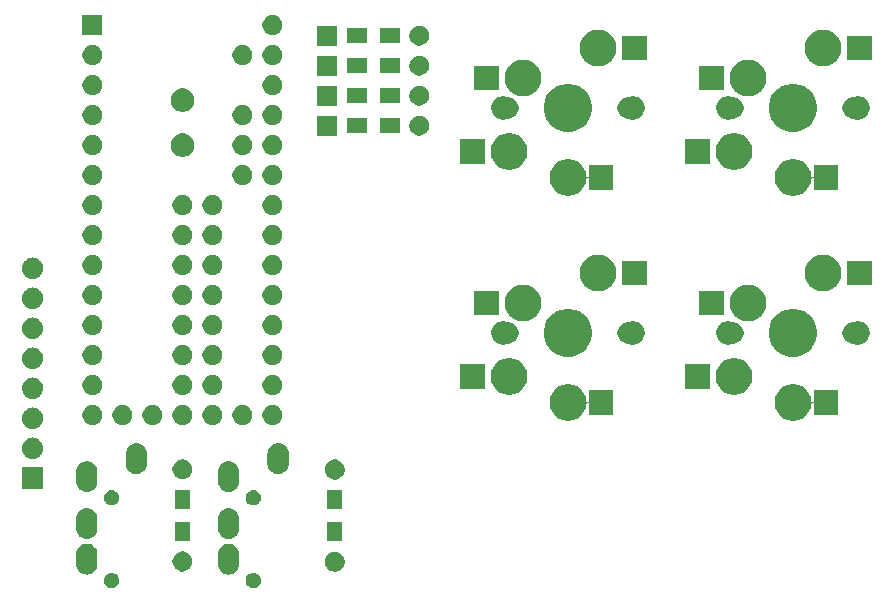
<source format=gbr>
G04 #@! TF.GenerationSoftware,KiCad,Pcbnew,(5.0.2)-1*
G04 #@! TF.CreationDate,2019-04-07T10:51:16+09:00*
G04 #@! TF.ProjectId,mitcard,6d697463-6172-4642-9e6b-696361645f70,rev?*
G04 #@! TF.SameCoordinates,Original*
G04 #@! TF.FileFunction,Soldermask,Bot*
G04 #@! TF.FilePolarity,Negative*
%FSLAX46Y46*%
G04 Gerber Fmt 4.6, Leading zero omitted, Abs format (unit mm)*
G04 Created by KiCad (PCBNEW (5.0.2)-1) date 2019/04/07 10:51:16*
%MOMM*%
%LPD*%
G01*
G04 APERTURE LIST*
%ADD10C,0.100000*%
G04 APERTURE END LIST*
D10*
G36*
X78049890Y-102874017D02*
X78168361Y-102923089D01*
X78168364Y-102923091D01*
X78265452Y-102987963D01*
X78274992Y-102994338D01*
X78365662Y-103085008D01*
X78436911Y-103191639D01*
X78485983Y-103310110D01*
X78511000Y-103435881D01*
X78511000Y-103564119D01*
X78485983Y-103689890D01*
X78436911Y-103808361D01*
X78365662Y-103914992D01*
X78274992Y-104005662D01*
X78168361Y-104076911D01*
X78049890Y-104125983D01*
X77924119Y-104151000D01*
X77795881Y-104151000D01*
X77670110Y-104125983D01*
X77551639Y-104076911D01*
X77445008Y-104005662D01*
X77354338Y-103914992D01*
X77283089Y-103808361D01*
X77234017Y-103689890D01*
X77209000Y-103564119D01*
X77209000Y-103435881D01*
X77234017Y-103310110D01*
X77283089Y-103191639D01*
X77354338Y-103085008D01*
X77445008Y-102994338D01*
X77454549Y-102987963D01*
X77551636Y-102923091D01*
X77551639Y-102923089D01*
X77670110Y-102874017D01*
X77795881Y-102849000D01*
X77924119Y-102849000D01*
X78049890Y-102874017D01*
X78049890Y-102874017D01*
G37*
G36*
X66049890Y-102874017D02*
X66168361Y-102923089D01*
X66168364Y-102923091D01*
X66265452Y-102987963D01*
X66274992Y-102994338D01*
X66365662Y-103085008D01*
X66436911Y-103191639D01*
X66485983Y-103310110D01*
X66511000Y-103435881D01*
X66511000Y-103564119D01*
X66485983Y-103689890D01*
X66436911Y-103808361D01*
X66365662Y-103914992D01*
X66274992Y-104005662D01*
X66168361Y-104076911D01*
X66049890Y-104125983D01*
X65924119Y-104151000D01*
X65795881Y-104151000D01*
X65670110Y-104125983D01*
X65551639Y-104076911D01*
X65445008Y-104005662D01*
X65354338Y-103914992D01*
X65283089Y-103808361D01*
X65234017Y-103689890D01*
X65209000Y-103564119D01*
X65209000Y-103435881D01*
X65234017Y-103310110D01*
X65283089Y-103191639D01*
X65354338Y-103085008D01*
X65445008Y-102994338D01*
X65454549Y-102987963D01*
X65551636Y-102923091D01*
X65551639Y-102923089D01*
X65670110Y-102874017D01*
X65795881Y-102849000D01*
X65924119Y-102849000D01*
X66049890Y-102874017D01*
X66049890Y-102874017D01*
G37*
G36*
X63936627Y-100412037D02*
X64049853Y-100446384D01*
X64106467Y-100463557D01*
X64245087Y-100537652D01*
X64262991Y-100547222D01*
X64298729Y-100576552D01*
X64400186Y-100659814D01*
X64483448Y-100761271D01*
X64512778Y-100797009D01*
X64512779Y-100797011D01*
X64596443Y-100953533D01*
X64596443Y-100953534D01*
X64647963Y-101123373D01*
X64661000Y-101255742D01*
X64661000Y-102144258D01*
X64647963Y-102276627D01*
X64635382Y-102318100D01*
X64596443Y-102446467D01*
X64535215Y-102561014D01*
X64512778Y-102602991D01*
X64483448Y-102638729D01*
X64400186Y-102740186D01*
X64262989Y-102852779D01*
X64106466Y-102936443D01*
X64049852Y-102953616D01*
X63936626Y-102987963D01*
X63760000Y-103005359D01*
X63583373Y-102987963D01*
X63470147Y-102953616D01*
X63413533Y-102936443D01*
X63257011Y-102852779D01*
X63257009Y-102852778D01*
X63221271Y-102823448D01*
X63119814Y-102740186D01*
X63007221Y-102602989D01*
X62923557Y-102446466D01*
X62880068Y-102303100D01*
X62872037Y-102276626D01*
X62859000Y-102144257D01*
X62859000Y-101255742D01*
X62860651Y-101238985D01*
X62872038Y-101123375D01*
X62872038Y-101123373D01*
X62923558Y-100953534D01*
X62923558Y-100953533D01*
X63007222Y-100797011D01*
X63007223Y-100797009D01*
X63036553Y-100761271D01*
X63119815Y-100659814D01*
X63221272Y-100576552D01*
X63257010Y-100547222D01*
X63274914Y-100537652D01*
X63413534Y-100463557D01*
X63470148Y-100446384D01*
X63583374Y-100412037D01*
X63760000Y-100394641D01*
X63936627Y-100412037D01*
X63936627Y-100412037D01*
G37*
G36*
X75936627Y-100412037D02*
X76049853Y-100446384D01*
X76106467Y-100463557D01*
X76245087Y-100537652D01*
X76262991Y-100547222D01*
X76298729Y-100576552D01*
X76400186Y-100659814D01*
X76483448Y-100761271D01*
X76512778Y-100797009D01*
X76512779Y-100797011D01*
X76596443Y-100953533D01*
X76596443Y-100953534D01*
X76647963Y-101123373D01*
X76661000Y-101255742D01*
X76661000Y-102144258D01*
X76647963Y-102276627D01*
X76635382Y-102318100D01*
X76596443Y-102446467D01*
X76535215Y-102561014D01*
X76512778Y-102602991D01*
X76483448Y-102638729D01*
X76400186Y-102740186D01*
X76262989Y-102852779D01*
X76106466Y-102936443D01*
X76049852Y-102953616D01*
X75936626Y-102987963D01*
X75760000Y-103005359D01*
X75583373Y-102987963D01*
X75470147Y-102953616D01*
X75413533Y-102936443D01*
X75257011Y-102852779D01*
X75257009Y-102852778D01*
X75221271Y-102823448D01*
X75119814Y-102740186D01*
X75007221Y-102602989D01*
X74923557Y-102446466D01*
X74880068Y-102303100D01*
X74872037Y-102276626D01*
X74859000Y-102144257D01*
X74859000Y-101255742D01*
X74860651Y-101238985D01*
X74872038Y-101123375D01*
X74872038Y-101123373D01*
X74923558Y-100953534D01*
X74923558Y-100953533D01*
X75007222Y-100797011D01*
X75007223Y-100797009D01*
X75036553Y-100761271D01*
X75119815Y-100659814D01*
X75221272Y-100576552D01*
X75257010Y-100547222D01*
X75274914Y-100537652D01*
X75413534Y-100463557D01*
X75470148Y-100446384D01*
X75583374Y-100412037D01*
X75760000Y-100394641D01*
X75936627Y-100412037D01*
X75936627Y-100412037D01*
G37*
G36*
X84993228Y-101096703D02*
X85148100Y-101160853D01*
X85287481Y-101253985D01*
X85406015Y-101372519D01*
X85499147Y-101511900D01*
X85563297Y-101666772D01*
X85596000Y-101831184D01*
X85596000Y-101998816D01*
X85563297Y-102163228D01*
X85499147Y-102318100D01*
X85406015Y-102457481D01*
X85287481Y-102576015D01*
X85148100Y-102669147D01*
X84993228Y-102733297D01*
X84828816Y-102766000D01*
X84661184Y-102766000D01*
X84496772Y-102733297D01*
X84341900Y-102669147D01*
X84202519Y-102576015D01*
X84083985Y-102457481D01*
X83990853Y-102318100D01*
X83926703Y-102163228D01*
X83894000Y-101998816D01*
X83894000Y-101831184D01*
X83926703Y-101666772D01*
X83990853Y-101511900D01*
X84083985Y-101372519D01*
X84202519Y-101253985D01*
X84341900Y-101160853D01*
X84496772Y-101096703D01*
X84661184Y-101064000D01*
X84828816Y-101064000D01*
X84993228Y-101096703D01*
X84993228Y-101096703D01*
G37*
G36*
X72108228Y-101081703D02*
X72263100Y-101145853D01*
X72402481Y-101238985D01*
X72521015Y-101357519D01*
X72614147Y-101496900D01*
X72678297Y-101651772D01*
X72711000Y-101816184D01*
X72711000Y-101983816D01*
X72678297Y-102148228D01*
X72614147Y-102303100D01*
X72521015Y-102442481D01*
X72402481Y-102561015D01*
X72263100Y-102654147D01*
X72108228Y-102718297D01*
X71943816Y-102751000D01*
X71776184Y-102751000D01*
X71611772Y-102718297D01*
X71456900Y-102654147D01*
X71317519Y-102561015D01*
X71198985Y-102442481D01*
X71105853Y-102303100D01*
X71041703Y-102148228D01*
X71009000Y-101983816D01*
X71009000Y-101816184D01*
X71041703Y-101651772D01*
X71105853Y-101496900D01*
X71198985Y-101357519D01*
X71317519Y-101238985D01*
X71456900Y-101145853D01*
X71611772Y-101081703D01*
X71776184Y-101049000D01*
X71943816Y-101049000D01*
X72108228Y-101081703D01*
X72108228Y-101081703D01*
G37*
G36*
X85396000Y-100166000D02*
X84094000Y-100166000D01*
X84094000Y-98564000D01*
X85396000Y-98564000D01*
X85396000Y-100166000D01*
X85396000Y-100166000D01*
G37*
G36*
X72511000Y-100151000D02*
X71209000Y-100151000D01*
X71209000Y-98549000D01*
X72511000Y-98549000D01*
X72511000Y-100151000D01*
X72511000Y-100151000D01*
G37*
G36*
X63936627Y-97412037D02*
X64049853Y-97446384D01*
X64106467Y-97463557D01*
X64245087Y-97537652D01*
X64262991Y-97547222D01*
X64298729Y-97576552D01*
X64400186Y-97659814D01*
X64483448Y-97761271D01*
X64512778Y-97797009D01*
X64512779Y-97797011D01*
X64596443Y-97953533D01*
X64596443Y-97953534D01*
X64647963Y-98123373D01*
X64661000Y-98255742D01*
X64661000Y-99144258D01*
X64647963Y-99276627D01*
X64613616Y-99389853D01*
X64596443Y-99446467D01*
X64522348Y-99585087D01*
X64512778Y-99602991D01*
X64483448Y-99638729D01*
X64400186Y-99740186D01*
X64262989Y-99852779D01*
X64106466Y-99936443D01*
X64049852Y-99953616D01*
X63936626Y-99987963D01*
X63760000Y-100005359D01*
X63583373Y-99987963D01*
X63470147Y-99953616D01*
X63413533Y-99936443D01*
X63257011Y-99852779D01*
X63257009Y-99852778D01*
X63221271Y-99823448D01*
X63119814Y-99740186D01*
X63007221Y-99602989D01*
X62923557Y-99446466D01*
X62906384Y-99389852D01*
X62872037Y-99276626D01*
X62859000Y-99144257D01*
X62859000Y-98255742D01*
X62872038Y-98123373D01*
X62923558Y-97953534D01*
X62923558Y-97953533D01*
X63007222Y-97797011D01*
X63007223Y-97797009D01*
X63036553Y-97761271D01*
X63119815Y-97659814D01*
X63221272Y-97576552D01*
X63257010Y-97547222D01*
X63274914Y-97537652D01*
X63413534Y-97463557D01*
X63470148Y-97446384D01*
X63583374Y-97412037D01*
X63760000Y-97394641D01*
X63936627Y-97412037D01*
X63936627Y-97412037D01*
G37*
G36*
X75936627Y-97412037D02*
X76049853Y-97446384D01*
X76106467Y-97463557D01*
X76245087Y-97537652D01*
X76262991Y-97547222D01*
X76298729Y-97576552D01*
X76400186Y-97659814D01*
X76483448Y-97761271D01*
X76512778Y-97797009D01*
X76512779Y-97797011D01*
X76596443Y-97953533D01*
X76596443Y-97953534D01*
X76647963Y-98123373D01*
X76661000Y-98255742D01*
X76661000Y-99144258D01*
X76647963Y-99276627D01*
X76613616Y-99389853D01*
X76596443Y-99446467D01*
X76522348Y-99585087D01*
X76512778Y-99602991D01*
X76483448Y-99638729D01*
X76400186Y-99740186D01*
X76262989Y-99852779D01*
X76106466Y-99936443D01*
X76049852Y-99953616D01*
X75936626Y-99987963D01*
X75760000Y-100005359D01*
X75583373Y-99987963D01*
X75470147Y-99953616D01*
X75413533Y-99936443D01*
X75257011Y-99852779D01*
X75257009Y-99852778D01*
X75221271Y-99823448D01*
X75119814Y-99740186D01*
X75007221Y-99602989D01*
X74923557Y-99446466D01*
X74906384Y-99389852D01*
X74872037Y-99276626D01*
X74859000Y-99144257D01*
X74859000Y-98255742D01*
X74872038Y-98123373D01*
X74923558Y-97953534D01*
X74923558Y-97953533D01*
X75007222Y-97797011D01*
X75007223Y-97797009D01*
X75036553Y-97761271D01*
X75119815Y-97659814D01*
X75221272Y-97576552D01*
X75257010Y-97547222D01*
X75274914Y-97537652D01*
X75413534Y-97463557D01*
X75470148Y-97446384D01*
X75583374Y-97412037D01*
X75760000Y-97394641D01*
X75936627Y-97412037D01*
X75936627Y-97412037D01*
G37*
G36*
X85396000Y-97466000D02*
X84094000Y-97466000D01*
X84094000Y-95864000D01*
X85396000Y-95864000D01*
X85396000Y-97466000D01*
X85396000Y-97466000D01*
G37*
G36*
X72511000Y-97451000D02*
X71209000Y-97451000D01*
X71209000Y-95849000D01*
X72511000Y-95849000D01*
X72511000Y-97451000D01*
X72511000Y-97451000D01*
G37*
G36*
X78049890Y-95874017D02*
X78168361Y-95923089D01*
X78168364Y-95923091D01*
X78265452Y-95987963D01*
X78274992Y-95994338D01*
X78365662Y-96085008D01*
X78436911Y-96191639D01*
X78485983Y-96310110D01*
X78511000Y-96435881D01*
X78511000Y-96564119D01*
X78485983Y-96689890D01*
X78436911Y-96808361D01*
X78365662Y-96914992D01*
X78274992Y-97005662D01*
X78168361Y-97076911D01*
X78049890Y-97125983D01*
X77924119Y-97151000D01*
X77795881Y-97151000D01*
X77670110Y-97125983D01*
X77551639Y-97076911D01*
X77445008Y-97005662D01*
X77354338Y-96914992D01*
X77283089Y-96808361D01*
X77234017Y-96689890D01*
X77209000Y-96564119D01*
X77209000Y-96435881D01*
X77234017Y-96310110D01*
X77283089Y-96191639D01*
X77354338Y-96085008D01*
X77445008Y-95994338D01*
X77454549Y-95987963D01*
X77551636Y-95923091D01*
X77551639Y-95923089D01*
X77670110Y-95874017D01*
X77795881Y-95849000D01*
X77924119Y-95849000D01*
X78049890Y-95874017D01*
X78049890Y-95874017D01*
G37*
G36*
X66049890Y-95874017D02*
X66168361Y-95923089D01*
X66168364Y-95923091D01*
X66265452Y-95987963D01*
X66274992Y-95994338D01*
X66365662Y-96085008D01*
X66436911Y-96191639D01*
X66485983Y-96310110D01*
X66511000Y-96435881D01*
X66511000Y-96564119D01*
X66485983Y-96689890D01*
X66436911Y-96808361D01*
X66365662Y-96914992D01*
X66274992Y-97005662D01*
X66168361Y-97076911D01*
X66049890Y-97125983D01*
X65924119Y-97151000D01*
X65795881Y-97151000D01*
X65670110Y-97125983D01*
X65551639Y-97076911D01*
X65445008Y-97005662D01*
X65354338Y-96914992D01*
X65283089Y-96808361D01*
X65234017Y-96689890D01*
X65209000Y-96564119D01*
X65209000Y-96435881D01*
X65234017Y-96310110D01*
X65283089Y-96191639D01*
X65354338Y-96085008D01*
X65445008Y-95994338D01*
X65454549Y-95987963D01*
X65551636Y-95923091D01*
X65551639Y-95923089D01*
X65670110Y-95874017D01*
X65795881Y-95849000D01*
X65924119Y-95849000D01*
X66049890Y-95874017D01*
X66049890Y-95874017D01*
G37*
G36*
X63936627Y-93412037D02*
X64025466Y-93438986D01*
X64106467Y-93463557D01*
X64245087Y-93537652D01*
X64262991Y-93547222D01*
X64293815Y-93572519D01*
X64400186Y-93659814D01*
X64483448Y-93761271D01*
X64512778Y-93797009D01*
X64512779Y-93797011D01*
X64596443Y-93953533D01*
X64596443Y-93953534D01*
X64647963Y-94123373D01*
X64661000Y-94255742D01*
X64661000Y-95144258D01*
X64647963Y-95276627D01*
X64613616Y-95389853D01*
X64596443Y-95446467D01*
X64522348Y-95585087D01*
X64512778Y-95602991D01*
X64483448Y-95638729D01*
X64400186Y-95740186D01*
X64262989Y-95852779D01*
X64106466Y-95936443D01*
X64049852Y-95953616D01*
X63936626Y-95987963D01*
X63760000Y-96005359D01*
X63583373Y-95987963D01*
X63470147Y-95953616D01*
X63413533Y-95936443D01*
X63257011Y-95852779D01*
X63257009Y-95852778D01*
X63221271Y-95823448D01*
X63119814Y-95740186D01*
X63007221Y-95602989D01*
X62923557Y-95446466D01*
X62906384Y-95389852D01*
X62872037Y-95276626D01*
X62859000Y-95144257D01*
X62859000Y-94255742D01*
X62872038Y-94123373D01*
X62923558Y-93953534D01*
X62923558Y-93953533D01*
X63007222Y-93797011D01*
X63007223Y-93797009D01*
X63036553Y-93761271D01*
X63119815Y-93659814D01*
X63226186Y-93572519D01*
X63257010Y-93547222D01*
X63274914Y-93537652D01*
X63413534Y-93463557D01*
X63494535Y-93438986D01*
X63583374Y-93412037D01*
X63760000Y-93394641D01*
X63936627Y-93412037D01*
X63936627Y-93412037D01*
G37*
G36*
X75936627Y-93412037D02*
X76025466Y-93438986D01*
X76106467Y-93463557D01*
X76245087Y-93537652D01*
X76262991Y-93547222D01*
X76293815Y-93572519D01*
X76400186Y-93659814D01*
X76483448Y-93761271D01*
X76512778Y-93797009D01*
X76512779Y-93797011D01*
X76596443Y-93953533D01*
X76596443Y-93953534D01*
X76647963Y-94123373D01*
X76661000Y-94255742D01*
X76661000Y-95144258D01*
X76647963Y-95276627D01*
X76613616Y-95389853D01*
X76596443Y-95446467D01*
X76522348Y-95585087D01*
X76512778Y-95602991D01*
X76483448Y-95638729D01*
X76400186Y-95740186D01*
X76262989Y-95852779D01*
X76106466Y-95936443D01*
X76049852Y-95953616D01*
X75936626Y-95987963D01*
X75760000Y-96005359D01*
X75583373Y-95987963D01*
X75470147Y-95953616D01*
X75413533Y-95936443D01*
X75257011Y-95852779D01*
X75257009Y-95852778D01*
X75221271Y-95823448D01*
X75119814Y-95740186D01*
X75007221Y-95602989D01*
X74923557Y-95446466D01*
X74906384Y-95389852D01*
X74872037Y-95276626D01*
X74859000Y-95144257D01*
X74859000Y-94255742D01*
X74872038Y-94123373D01*
X74923558Y-93953534D01*
X74923558Y-93953533D01*
X75007222Y-93797011D01*
X75007223Y-93797009D01*
X75036553Y-93761271D01*
X75119815Y-93659814D01*
X75226186Y-93572519D01*
X75257010Y-93547222D01*
X75274914Y-93537652D01*
X75413534Y-93463557D01*
X75494535Y-93438986D01*
X75583374Y-93412037D01*
X75760000Y-93394641D01*
X75936627Y-93412037D01*
X75936627Y-93412037D01*
G37*
G36*
X60071000Y-95741000D02*
X58269000Y-95741000D01*
X58269000Y-93939000D01*
X60071000Y-93939000D01*
X60071000Y-95741000D01*
X60071000Y-95741000D01*
G37*
G36*
X84993228Y-93296703D02*
X85148100Y-93360853D01*
X85287481Y-93453985D01*
X85406015Y-93572519D01*
X85499147Y-93711900D01*
X85563297Y-93866772D01*
X85596000Y-94031184D01*
X85596000Y-94198816D01*
X85563297Y-94363228D01*
X85499147Y-94518100D01*
X85406015Y-94657481D01*
X85287481Y-94776015D01*
X85148100Y-94869147D01*
X84993228Y-94933297D01*
X84828816Y-94966000D01*
X84661184Y-94966000D01*
X84496772Y-94933297D01*
X84341900Y-94869147D01*
X84202519Y-94776015D01*
X84083985Y-94657481D01*
X83990853Y-94518100D01*
X83926703Y-94363228D01*
X83894000Y-94198816D01*
X83894000Y-94031184D01*
X83926703Y-93866772D01*
X83990853Y-93711900D01*
X84083985Y-93572519D01*
X84202519Y-93453985D01*
X84341900Y-93360853D01*
X84496772Y-93296703D01*
X84661184Y-93264000D01*
X84828816Y-93264000D01*
X84993228Y-93296703D01*
X84993228Y-93296703D01*
G37*
G36*
X72108228Y-93281703D02*
X72263100Y-93345853D01*
X72402481Y-93438985D01*
X72521015Y-93557519D01*
X72614147Y-93696900D01*
X72678297Y-93851772D01*
X72711000Y-94016184D01*
X72711000Y-94183816D01*
X72678297Y-94348228D01*
X72614147Y-94503100D01*
X72521015Y-94642481D01*
X72402481Y-94761015D01*
X72263100Y-94854147D01*
X72108228Y-94918297D01*
X71943816Y-94951000D01*
X71776184Y-94951000D01*
X71611772Y-94918297D01*
X71456900Y-94854147D01*
X71317519Y-94761015D01*
X71198985Y-94642481D01*
X71105853Y-94503100D01*
X71041703Y-94348228D01*
X71009000Y-94183816D01*
X71009000Y-94016184D01*
X71041703Y-93851772D01*
X71105853Y-93696900D01*
X71198985Y-93557519D01*
X71317519Y-93438985D01*
X71456900Y-93345853D01*
X71611772Y-93281703D01*
X71776184Y-93249000D01*
X71943816Y-93249000D01*
X72108228Y-93281703D01*
X72108228Y-93281703D01*
G37*
G36*
X68136627Y-91912037D02*
X68249853Y-91946384D01*
X68306467Y-91963557D01*
X68445087Y-92037652D01*
X68462991Y-92047222D01*
X68498729Y-92076552D01*
X68600186Y-92159814D01*
X68683448Y-92261271D01*
X68712778Y-92297009D01*
X68712779Y-92297011D01*
X68796443Y-92453533D01*
X68796443Y-92453534D01*
X68847963Y-92623373D01*
X68861000Y-92755742D01*
X68861000Y-93644258D01*
X68847963Y-93776627D01*
X68825168Y-93851772D01*
X68796443Y-93946467D01*
X68759178Y-94016184D01*
X68712778Y-94102991D01*
X68696051Y-94123373D01*
X68600186Y-94240186D01*
X68462989Y-94352779D01*
X68306466Y-94436443D01*
X68249852Y-94453616D01*
X68136626Y-94487963D01*
X67960000Y-94505359D01*
X67783373Y-94487963D01*
X67670147Y-94453616D01*
X67613533Y-94436443D01*
X67457011Y-94352779D01*
X67457009Y-94352778D01*
X67421271Y-94323448D01*
X67319814Y-94240186D01*
X67207221Y-94102989D01*
X67123557Y-93946466D01*
X67106384Y-93889852D01*
X67072037Y-93776626D01*
X67059000Y-93644257D01*
X67059000Y-92755742D01*
X67072038Y-92623373D01*
X67123558Y-92453534D01*
X67123558Y-92453533D01*
X67207222Y-92297011D01*
X67207223Y-92297009D01*
X67236553Y-92261271D01*
X67319815Y-92159814D01*
X67421272Y-92076552D01*
X67457010Y-92047222D01*
X67474914Y-92037652D01*
X67613534Y-91963557D01*
X67670148Y-91946384D01*
X67783374Y-91912037D01*
X67960000Y-91894641D01*
X68136627Y-91912037D01*
X68136627Y-91912037D01*
G37*
G36*
X80136627Y-91912037D02*
X80249853Y-91946384D01*
X80306467Y-91963557D01*
X80445087Y-92037652D01*
X80462991Y-92047222D01*
X80498729Y-92076552D01*
X80600186Y-92159814D01*
X80683448Y-92261271D01*
X80712778Y-92297009D01*
X80712779Y-92297011D01*
X80796443Y-92453533D01*
X80796443Y-92453534D01*
X80847963Y-92623373D01*
X80861000Y-92755742D01*
X80861000Y-93644258D01*
X80847963Y-93776627D01*
X80825168Y-93851772D01*
X80796443Y-93946467D01*
X80759178Y-94016184D01*
X80712778Y-94102991D01*
X80696051Y-94123373D01*
X80600186Y-94240186D01*
X80462989Y-94352779D01*
X80306466Y-94436443D01*
X80249852Y-94453616D01*
X80136626Y-94487963D01*
X79960000Y-94505359D01*
X79783373Y-94487963D01*
X79670147Y-94453616D01*
X79613533Y-94436443D01*
X79457011Y-94352779D01*
X79457009Y-94352778D01*
X79421271Y-94323448D01*
X79319814Y-94240186D01*
X79207221Y-94102989D01*
X79123557Y-93946466D01*
X79106384Y-93889852D01*
X79072037Y-93776626D01*
X79059000Y-93644257D01*
X79059000Y-92755742D01*
X79072038Y-92623373D01*
X79123558Y-92453534D01*
X79123558Y-92453533D01*
X79207222Y-92297011D01*
X79207223Y-92297009D01*
X79236553Y-92261271D01*
X79319815Y-92159814D01*
X79421272Y-92076552D01*
X79457010Y-92047222D01*
X79474914Y-92037652D01*
X79613534Y-91963557D01*
X79670148Y-91946384D01*
X79783374Y-91912037D01*
X79960000Y-91894641D01*
X80136627Y-91912037D01*
X80136627Y-91912037D01*
G37*
G36*
X59280442Y-91405518D02*
X59346627Y-91412037D01*
X59459853Y-91446384D01*
X59516467Y-91463557D01*
X59655087Y-91537652D01*
X59672991Y-91547222D01*
X59708729Y-91576552D01*
X59810186Y-91659814D01*
X59893448Y-91761271D01*
X59922778Y-91797009D01*
X59922779Y-91797011D01*
X60006443Y-91953533D01*
X60023616Y-92010147D01*
X60057963Y-92123373D01*
X60075359Y-92300000D01*
X60057963Y-92476627D01*
X60023616Y-92589853D01*
X60006443Y-92646467D01*
X59948034Y-92755741D01*
X59922778Y-92802991D01*
X59893448Y-92838729D01*
X59810186Y-92940186D01*
X59708729Y-93023448D01*
X59672991Y-93052778D01*
X59672989Y-93052779D01*
X59516467Y-93136443D01*
X59459853Y-93153616D01*
X59346627Y-93187963D01*
X59280443Y-93194481D01*
X59214260Y-93201000D01*
X59125740Y-93201000D01*
X59059557Y-93194481D01*
X58993373Y-93187963D01*
X58880147Y-93153616D01*
X58823533Y-93136443D01*
X58667011Y-93052779D01*
X58667009Y-93052778D01*
X58631271Y-93023448D01*
X58529814Y-92940186D01*
X58446552Y-92838729D01*
X58417222Y-92802991D01*
X58391966Y-92755741D01*
X58333557Y-92646467D01*
X58316384Y-92589853D01*
X58282037Y-92476627D01*
X58264641Y-92300000D01*
X58282037Y-92123373D01*
X58316384Y-92010147D01*
X58333557Y-91953533D01*
X58417221Y-91797011D01*
X58417222Y-91797009D01*
X58446552Y-91761271D01*
X58529814Y-91659814D01*
X58631271Y-91576552D01*
X58667009Y-91547222D01*
X58684913Y-91537652D01*
X58823533Y-91463557D01*
X58880147Y-91446384D01*
X58993373Y-91412037D01*
X59059558Y-91405518D01*
X59125740Y-91399000D01*
X59214260Y-91399000D01*
X59280442Y-91405518D01*
X59280442Y-91405518D01*
G37*
G36*
X59280443Y-88865519D02*
X59346627Y-88872037D01*
X59459853Y-88906384D01*
X59516467Y-88923557D01*
X59655087Y-88997652D01*
X59672991Y-89007222D01*
X59708729Y-89036552D01*
X59810186Y-89119814D01*
X59863414Y-89184674D01*
X59922778Y-89257009D01*
X59922779Y-89257011D01*
X60006443Y-89413533D01*
X60014079Y-89438705D01*
X60057963Y-89583373D01*
X60075359Y-89760000D01*
X60057963Y-89936627D01*
X60023616Y-90049853D01*
X60006443Y-90106467D01*
X59971941Y-90171014D01*
X59922778Y-90262991D01*
X59921829Y-90264147D01*
X59810186Y-90400186D01*
X59708729Y-90483448D01*
X59672991Y-90512778D01*
X59672989Y-90512779D01*
X59516467Y-90596443D01*
X59459853Y-90613616D01*
X59346627Y-90647963D01*
X59280443Y-90654481D01*
X59214260Y-90661000D01*
X59125740Y-90661000D01*
X59059557Y-90654481D01*
X58993373Y-90647963D01*
X58880147Y-90613616D01*
X58823533Y-90596443D01*
X58667011Y-90512779D01*
X58667009Y-90512778D01*
X58631271Y-90483448D01*
X58529814Y-90400186D01*
X58418171Y-90264147D01*
X58417222Y-90262991D01*
X58368059Y-90171014D01*
X58333557Y-90106467D01*
X58316384Y-90049853D01*
X58282037Y-89936627D01*
X58264641Y-89760000D01*
X58282037Y-89583373D01*
X58325921Y-89438705D01*
X58333557Y-89413533D01*
X58417221Y-89257011D01*
X58417222Y-89257009D01*
X58476586Y-89184674D01*
X58529814Y-89119814D01*
X58631271Y-89036552D01*
X58667009Y-89007222D01*
X58684913Y-88997652D01*
X58823533Y-88923557D01*
X58880147Y-88906384D01*
X58993373Y-88872037D01*
X59059557Y-88865519D01*
X59125740Y-88859000D01*
X59214260Y-88859000D01*
X59280443Y-88865519D01*
X59280443Y-88865519D01*
G37*
G36*
X64488228Y-88691703D02*
X64643100Y-88755853D01*
X64782481Y-88848985D01*
X64901015Y-88967519D01*
X64994147Y-89106900D01*
X65058297Y-89261772D01*
X65091000Y-89426184D01*
X65091000Y-89593816D01*
X65058297Y-89758228D01*
X64994147Y-89913100D01*
X64901015Y-90052481D01*
X64782481Y-90171015D01*
X64643100Y-90264147D01*
X64488228Y-90328297D01*
X64323816Y-90361000D01*
X64156184Y-90361000D01*
X63991772Y-90328297D01*
X63836900Y-90264147D01*
X63697519Y-90171015D01*
X63578985Y-90052481D01*
X63485853Y-89913100D01*
X63421703Y-89758228D01*
X63389000Y-89593816D01*
X63389000Y-89426184D01*
X63421703Y-89261772D01*
X63485853Y-89106900D01*
X63578985Y-88967519D01*
X63697519Y-88848985D01*
X63836900Y-88755853D01*
X63991772Y-88691703D01*
X64156184Y-88659000D01*
X64323816Y-88659000D01*
X64488228Y-88691703D01*
X64488228Y-88691703D01*
G37*
G36*
X69568228Y-88691703D02*
X69723100Y-88755853D01*
X69862481Y-88848985D01*
X69981015Y-88967519D01*
X70074147Y-89106900D01*
X70138297Y-89261772D01*
X70171000Y-89426184D01*
X70171000Y-89593816D01*
X70138297Y-89758228D01*
X70074147Y-89913100D01*
X69981015Y-90052481D01*
X69862481Y-90171015D01*
X69723100Y-90264147D01*
X69568228Y-90328297D01*
X69403816Y-90361000D01*
X69236184Y-90361000D01*
X69071772Y-90328297D01*
X68916900Y-90264147D01*
X68777519Y-90171015D01*
X68658985Y-90052481D01*
X68565853Y-89913100D01*
X68501703Y-89758228D01*
X68469000Y-89593816D01*
X68469000Y-89426184D01*
X68501703Y-89261772D01*
X68565853Y-89106900D01*
X68658985Y-88967519D01*
X68777519Y-88848985D01*
X68916900Y-88755853D01*
X69071772Y-88691703D01*
X69236184Y-88659000D01*
X69403816Y-88659000D01*
X69568228Y-88691703D01*
X69568228Y-88691703D01*
G37*
G36*
X72108228Y-88691703D02*
X72263100Y-88755853D01*
X72402481Y-88848985D01*
X72521015Y-88967519D01*
X72614147Y-89106900D01*
X72678297Y-89261772D01*
X72711000Y-89426184D01*
X72711000Y-89593816D01*
X72678297Y-89758228D01*
X72614147Y-89913100D01*
X72521015Y-90052481D01*
X72402481Y-90171015D01*
X72263100Y-90264147D01*
X72108228Y-90328297D01*
X71943816Y-90361000D01*
X71776184Y-90361000D01*
X71611772Y-90328297D01*
X71456900Y-90264147D01*
X71317519Y-90171015D01*
X71198985Y-90052481D01*
X71105853Y-89913100D01*
X71041703Y-89758228D01*
X71009000Y-89593816D01*
X71009000Y-89426184D01*
X71041703Y-89261772D01*
X71105853Y-89106900D01*
X71198985Y-88967519D01*
X71317519Y-88848985D01*
X71456900Y-88755853D01*
X71611772Y-88691703D01*
X71776184Y-88659000D01*
X71943816Y-88659000D01*
X72108228Y-88691703D01*
X72108228Y-88691703D01*
G37*
G36*
X74648228Y-88691703D02*
X74803100Y-88755853D01*
X74942481Y-88848985D01*
X75061015Y-88967519D01*
X75154147Y-89106900D01*
X75218297Y-89261772D01*
X75251000Y-89426184D01*
X75251000Y-89593816D01*
X75218297Y-89758228D01*
X75154147Y-89913100D01*
X75061015Y-90052481D01*
X74942481Y-90171015D01*
X74803100Y-90264147D01*
X74648228Y-90328297D01*
X74483816Y-90361000D01*
X74316184Y-90361000D01*
X74151772Y-90328297D01*
X73996900Y-90264147D01*
X73857519Y-90171015D01*
X73738985Y-90052481D01*
X73645853Y-89913100D01*
X73581703Y-89758228D01*
X73549000Y-89593816D01*
X73549000Y-89426184D01*
X73581703Y-89261772D01*
X73645853Y-89106900D01*
X73738985Y-88967519D01*
X73857519Y-88848985D01*
X73996900Y-88755853D01*
X74151772Y-88691703D01*
X74316184Y-88659000D01*
X74483816Y-88659000D01*
X74648228Y-88691703D01*
X74648228Y-88691703D01*
G37*
G36*
X77188228Y-88691703D02*
X77343100Y-88755853D01*
X77482481Y-88848985D01*
X77601015Y-88967519D01*
X77694147Y-89106900D01*
X77758297Y-89261772D01*
X77791000Y-89426184D01*
X77791000Y-89593816D01*
X77758297Y-89758228D01*
X77694147Y-89913100D01*
X77601015Y-90052481D01*
X77482481Y-90171015D01*
X77343100Y-90264147D01*
X77188228Y-90328297D01*
X77023816Y-90361000D01*
X76856184Y-90361000D01*
X76691772Y-90328297D01*
X76536900Y-90264147D01*
X76397519Y-90171015D01*
X76278985Y-90052481D01*
X76185853Y-89913100D01*
X76121703Y-89758228D01*
X76089000Y-89593816D01*
X76089000Y-89426184D01*
X76121703Y-89261772D01*
X76185853Y-89106900D01*
X76278985Y-88967519D01*
X76397519Y-88848985D01*
X76536900Y-88755853D01*
X76691772Y-88691703D01*
X76856184Y-88659000D01*
X77023816Y-88659000D01*
X77188228Y-88691703D01*
X77188228Y-88691703D01*
G37*
G36*
X79728228Y-88691703D02*
X79883100Y-88755853D01*
X80022481Y-88848985D01*
X80141015Y-88967519D01*
X80234147Y-89106900D01*
X80298297Y-89261772D01*
X80331000Y-89426184D01*
X80331000Y-89593816D01*
X80298297Y-89758228D01*
X80234147Y-89913100D01*
X80141015Y-90052481D01*
X80022481Y-90171015D01*
X79883100Y-90264147D01*
X79728228Y-90328297D01*
X79563816Y-90361000D01*
X79396184Y-90361000D01*
X79231772Y-90328297D01*
X79076900Y-90264147D01*
X78937519Y-90171015D01*
X78818985Y-90052481D01*
X78725853Y-89913100D01*
X78661703Y-89758228D01*
X78629000Y-89593816D01*
X78629000Y-89426184D01*
X78661703Y-89261772D01*
X78725853Y-89106900D01*
X78818985Y-88967519D01*
X78937519Y-88848985D01*
X79076900Y-88755853D01*
X79231772Y-88691703D01*
X79396184Y-88659000D01*
X79563816Y-88659000D01*
X79728228Y-88691703D01*
X79728228Y-88691703D01*
G37*
G36*
X67028228Y-88691703D02*
X67183100Y-88755853D01*
X67322481Y-88848985D01*
X67441015Y-88967519D01*
X67534147Y-89106900D01*
X67598297Y-89261772D01*
X67631000Y-89426184D01*
X67631000Y-89593816D01*
X67598297Y-89758228D01*
X67534147Y-89913100D01*
X67441015Y-90052481D01*
X67322481Y-90171015D01*
X67183100Y-90264147D01*
X67028228Y-90328297D01*
X66863816Y-90361000D01*
X66696184Y-90361000D01*
X66531772Y-90328297D01*
X66376900Y-90264147D01*
X66237519Y-90171015D01*
X66118985Y-90052481D01*
X66025853Y-89913100D01*
X65961703Y-89758228D01*
X65929000Y-89593816D01*
X65929000Y-89426184D01*
X65961703Y-89261772D01*
X66025853Y-89106900D01*
X66118985Y-88967519D01*
X66237519Y-88848985D01*
X66376900Y-88755853D01*
X66531772Y-88691703D01*
X66696184Y-88659000D01*
X66863816Y-88659000D01*
X67028228Y-88691703D01*
X67028228Y-88691703D01*
G37*
G36*
X123902527Y-86938736D02*
X124002410Y-86958604D01*
X124284674Y-87075521D01*
X124538705Y-87245259D01*
X124754741Y-87461295D01*
X124924479Y-87715326D01*
X125041396Y-87997590D01*
X125061441Y-88098363D01*
X125101402Y-88299259D01*
X125108515Y-88322709D01*
X125120066Y-88344319D01*
X125135612Y-88363261D01*
X125154554Y-88378807D01*
X125176165Y-88390358D01*
X125199614Y-88397471D01*
X125224000Y-88399873D01*
X125248386Y-88397471D01*
X125271836Y-88390358D01*
X125293446Y-88378807D01*
X125312388Y-88363261D01*
X125327934Y-88344319D01*
X125339485Y-88322708D01*
X125346598Y-88299259D01*
X125349000Y-88274873D01*
X125349000Y-87399000D01*
X127351000Y-87399000D01*
X127351000Y-89501000D01*
X125349000Y-89501000D01*
X125349000Y-88625127D01*
X125346598Y-88600741D01*
X125339485Y-88577292D01*
X125327934Y-88555681D01*
X125312388Y-88536739D01*
X125293446Y-88521193D01*
X125271835Y-88509642D01*
X125248386Y-88502529D01*
X125224000Y-88500127D01*
X125199614Y-88502529D01*
X125176165Y-88509642D01*
X125154554Y-88521193D01*
X125135612Y-88536739D01*
X125120066Y-88555681D01*
X125108515Y-88577292D01*
X125101402Y-88600741D01*
X125101000Y-88602760D01*
X125041396Y-88902410D01*
X124924479Y-89184674D01*
X124754741Y-89438705D01*
X124538705Y-89654741D01*
X124284674Y-89824479D01*
X124002410Y-89941396D01*
X123902527Y-89961264D01*
X123702762Y-90001000D01*
X123397238Y-90001000D01*
X123197473Y-89961264D01*
X123097590Y-89941396D01*
X122815326Y-89824479D01*
X122561295Y-89654741D01*
X122345259Y-89438705D01*
X122175521Y-89184674D01*
X122058604Y-88902410D01*
X121999000Y-88602760D01*
X121999000Y-88297240D01*
X122058604Y-87997590D01*
X122175521Y-87715326D01*
X122345259Y-87461295D01*
X122561295Y-87245259D01*
X122815326Y-87075521D01*
X123097590Y-86958604D01*
X123197473Y-86938736D01*
X123397238Y-86899000D01*
X123702762Y-86899000D01*
X123902527Y-86938736D01*
X123902527Y-86938736D01*
G37*
G36*
X104852527Y-86938736D02*
X104952410Y-86958604D01*
X105234674Y-87075521D01*
X105488705Y-87245259D01*
X105704741Y-87461295D01*
X105874479Y-87715326D01*
X105991396Y-87997590D01*
X106011441Y-88098363D01*
X106051402Y-88299259D01*
X106058515Y-88322709D01*
X106070066Y-88344319D01*
X106085612Y-88363261D01*
X106104554Y-88378807D01*
X106126165Y-88390358D01*
X106149614Y-88397471D01*
X106174000Y-88399873D01*
X106198386Y-88397471D01*
X106221836Y-88390358D01*
X106243446Y-88378807D01*
X106262388Y-88363261D01*
X106277934Y-88344319D01*
X106289485Y-88322708D01*
X106296598Y-88299259D01*
X106299000Y-88274873D01*
X106299000Y-87399000D01*
X108301000Y-87399000D01*
X108301000Y-89501000D01*
X106299000Y-89501000D01*
X106299000Y-88625127D01*
X106296598Y-88600741D01*
X106289485Y-88577292D01*
X106277934Y-88555681D01*
X106262388Y-88536739D01*
X106243446Y-88521193D01*
X106221835Y-88509642D01*
X106198386Y-88502529D01*
X106174000Y-88500127D01*
X106149614Y-88502529D01*
X106126165Y-88509642D01*
X106104554Y-88521193D01*
X106085612Y-88536739D01*
X106070066Y-88555681D01*
X106058515Y-88577292D01*
X106051402Y-88600741D01*
X106051000Y-88602760D01*
X105991396Y-88902410D01*
X105874479Y-89184674D01*
X105704741Y-89438705D01*
X105488705Y-89654741D01*
X105234674Y-89824479D01*
X104952410Y-89941396D01*
X104852527Y-89961264D01*
X104652762Y-90001000D01*
X104347238Y-90001000D01*
X104147473Y-89961264D01*
X104047590Y-89941396D01*
X103765326Y-89824479D01*
X103511295Y-89654741D01*
X103295259Y-89438705D01*
X103125521Y-89184674D01*
X103008604Y-88902410D01*
X102949000Y-88602760D01*
X102949000Y-88297240D01*
X103008604Y-87997590D01*
X103125521Y-87715326D01*
X103295259Y-87461295D01*
X103511295Y-87245259D01*
X103765326Y-87075521D01*
X104047590Y-86958604D01*
X104147473Y-86938736D01*
X104347238Y-86899000D01*
X104652762Y-86899000D01*
X104852527Y-86938736D01*
X104852527Y-86938736D01*
G37*
G36*
X59280443Y-86325519D02*
X59346627Y-86332037D01*
X59459853Y-86366384D01*
X59516467Y-86383557D01*
X59655087Y-86457652D01*
X59672991Y-86467222D01*
X59708729Y-86496552D01*
X59810186Y-86579814D01*
X59893448Y-86681271D01*
X59922778Y-86717009D01*
X59922779Y-86717011D01*
X60006443Y-86873533D01*
X60014168Y-86899000D01*
X60057963Y-87043373D01*
X60075359Y-87220000D01*
X60057963Y-87396627D01*
X60057243Y-87399000D01*
X60006443Y-87566467D01*
X59975434Y-87624479D01*
X59922778Y-87722991D01*
X59921829Y-87724147D01*
X59810186Y-87860186D01*
X59708729Y-87943448D01*
X59672991Y-87972778D01*
X59672989Y-87972779D01*
X59516467Y-88056443D01*
X59459853Y-88073616D01*
X59346627Y-88107963D01*
X59280442Y-88114482D01*
X59214260Y-88121000D01*
X59125740Y-88121000D01*
X59059558Y-88114482D01*
X58993373Y-88107963D01*
X58880147Y-88073616D01*
X58823533Y-88056443D01*
X58667011Y-87972779D01*
X58667009Y-87972778D01*
X58631271Y-87943448D01*
X58529814Y-87860186D01*
X58418171Y-87724147D01*
X58417222Y-87722991D01*
X58364566Y-87624479D01*
X58333557Y-87566467D01*
X58282757Y-87399000D01*
X58282037Y-87396627D01*
X58264641Y-87220000D01*
X58282037Y-87043373D01*
X58325832Y-86899000D01*
X58333557Y-86873533D01*
X58417221Y-86717011D01*
X58417222Y-86717009D01*
X58446552Y-86681271D01*
X58529814Y-86579814D01*
X58631271Y-86496552D01*
X58667009Y-86467222D01*
X58684913Y-86457652D01*
X58823533Y-86383557D01*
X58880147Y-86366384D01*
X58993373Y-86332037D01*
X59059557Y-86325519D01*
X59125740Y-86319000D01*
X59214260Y-86319000D01*
X59280443Y-86325519D01*
X59280443Y-86325519D01*
G37*
G36*
X79728228Y-86151703D02*
X79883100Y-86215853D01*
X80022481Y-86308985D01*
X80141015Y-86427519D01*
X80234147Y-86566900D01*
X80298297Y-86721772D01*
X80331000Y-86886184D01*
X80331000Y-87053816D01*
X80298297Y-87218228D01*
X80234147Y-87373100D01*
X80141015Y-87512481D01*
X80022481Y-87631015D01*
X79883100Y-87724147D01*
X79728228Y-87788297D01*
X79563816Y-87821000D01*
X79396184Y-87821000D01*
X79231772Y-87788297D01*
X79076900Y-87724147D01*
X78937519Y-87631015D01*
X78818985Y-87512481D01*
X78725853Y-87373100D01*
X78661703Y-87218228D01*
X78629000Y-87053816D01*
X78629000Y-86886184D01*
X78661703Y-86721772D01*
X78725853Y-86566900D01*
X78818985Y-86427519D01*
X78937519Y-86308985D01*
X79076900Y-86215853D01*
X79231772Y-86151703D01*
X79396184Y-86119000D01*
X79563816Y-86119000D01*
X79728228Y-86151703D01*
X79728228Y-86151703D01*
G37*
G36*
X74648228Y-86151703D02*
X74803100Y-86215853D01*
X74942481Y-86308985D01*
X75061015Y-86427519D01*
X75154147Y-86566900D01*
X75218297Y-86721772D01*
X75251000Y-86886184D01*
X75251000Y-87053816D01*
X75218297Y-87218228D01*
X75154147Y-87373100D01*
X75061015Y-87512481D01*
X74942481Y-87631015D01*
X74803100Y-87724147D01*
X74648228Y-87788297D01*
X74483816Y-87821000D01*
X74316184Y-87821000D01*
X74151772Y-87788297D01*
X73996900Y-87724147D01*
X73857519Y-87631015D01*
X73738985Y-87512481D01*
X73645853Y-87373100D01*
X73581703Y-87218228D01*
X73549000Y-87053816D01*
X73549000Y-86886184D01*
X73581703Y-86721772D01*
X73645853Y-86566900D01*
X73738985Y-86427519D01*
X73857519Y-86308985D01*
X73996900Y-86215853D01*
X74151772Y-86151703D01*
X74316184Y-86119000D01*
X74483816Y-86119000D01*
X74648228Y-86151703D01*
X74648228Y-86151703D01*
G37*
G36*
X64488228Y-86151703D02*
X64643100Y-86215853D01*
X64782481Y-86308985D01*
X64901015Y-86427519D01*
X64994147Y-86566900D01*
X65058297Y-86721772D01*
X65091000Y-86886184D01*
X65091000Y-87053816D01*
X65058297Y-87218228D01*
X64994147Y-87373100D01*
X64901015Y-87512481D01*
X64782481Y-87631015D01*
X64643100Y-87724147D01*
X64488228Y-87788297D01*
X64323816Y-87821000D01*
X64156184Y-87821000D01*
X63991772Y-87788297D01*
X63836900Y-87724147D01*
X63697519Y-87631015D01*
X63578985Y-87512481D01*
X63485853Y-87373100D01*
X63421703Y-87218228D01*
X63389000Y-87053816D01*
X63389000Y-86886184D01*
X63421703Y-86721772D01*
X63485853Y-86566900D01*
X63578985Y-86427519D01*
X63697519Y-86308985D01*
X63836900Y-86215853D01*
X63991772Y-86151703D01*
X64156184Y-86119000D01*
X64323816Y-86119000D01*
X64488228Y-86151703D01*
X64488228Y-86151703D01*
G37*
G36*
X72108228Y-86151703D02*
X72263100Y-86215853D01*
X72402481Y-86308985D01*
X72521015Y-86427519D01*
X72614147Y-86566900D01*
X72678297Y-86721772D01*
X72711000Y-86886184D01*
X72711000Y-87053816D01*
X72678297Y-87218228D01*
X72614147Y-87373100D01*
X72521015Y-87512481D01*
X72402481Y-87631015D01*
X72263100Y-87724147D01*
X72108228Y-87788297D01*
X71943816Y-87821000D01*
X71776184Y-87821000D01*
X71611772Y-87788297D01*
X71456900Y-87724147D01*
X71317519Y-87631015D01*
X71198985Y-87512481D01*
X71105853Y-87373100D01*
X71041703Y-87218228D01*
X71009000Y-87053816D01*
X71009000Y-86886184D01*
X71041703Y-86721772D01*
X71105853Y-86566900D01*
X71198985Y-86427519D01*
X71317519Y-86308985D01*
X71456900Y-86215853D01*
X71611772Y-86151703D01*
X71776184Y-86119000D01*
X71943816Y-86119000D01*
X72108228Y-86151703D01*
X72108228Y-86151703D01*
G37*
G36*
X118902527Y-84738736D02*
X119002410Y-84758604D01*
X119284674Y-84875521D01*
X119538705Y-85045259D01*
X119754741Y-85261295D01*
X119924479Y-85515326D01*
X120041396Y-85797590D01*
X120101000Y-86097240D01*
X120101000Y-86402760D01*
X120041396Y-86702410D01*
X119924479Y-86984674D01*
X119754741Y-87238705D01*
X119538705Y-87454741D01*
X119284674Y-87624479D01*
X119002410Y-87741396D01*
X118902527Y-87761264D01*
X118702762Y-87801000D01*
X118397238Y-87801000D01*
X118197473Y-87761264D01*
X118097590Y-87741396D01*
X117815326Y-87624479D01*
X117561295Y-87454741D01*
X117345259Y-87238705D01*
X117175521Y-86984674D01*
X117058604Y-86702410D01*
X116999000Y-86402760D01*
X116999000Y-86097240D01*
X117058604Y-85797590D01*
X117175521Y-85515326D01*
X117345259Y-85261295D01*
X117561295Y-85045259D01*
X117815326Y-84875521D01*
X118097590Y-84758604D01*
X118197473Y-84738736D01*
X118397238Y-84699000D01*
X118702762Y-84699000D01*
X118902527Y-84738736D01*
X118902527Y-84738736D01*
G37*
G36*
X99852527Y-84738736D02*
X99952410Y-84758604D01*
X100234674Y-84875521D01*
X100488705Y-85045259D01*
X100704741Y-85261295D01*
X100874479Y-85515326D01*
X100991396Y-85797590D01*
X101051000Y-86097240D01*
X101051000Y-86402760D01*
X100991396Y-86702410D01*
X100874479Y-86984674D01*
X100704741Y-87238705D01*
X100488705Y-87454741D01*
X100234674Y-87624479D01*
X99952410Y-87741396D01*
X99852527Y-87761264D01*
X99652762Y-87801000D01*
X99347238Y-87801000D01*
X99147473Y-87761264D01*
X99047590Y-87741396D01*
X98765326Y-87624479D01*
X98511295Y-87454741D01*
X98295259Y-87238705D01*
X98125521Y-86984674D01*
X98008604Y-86702410D01*
X97949000Y-86402760D01*
X97949000Y-86097240D01*
X98008604Y-85797590D01*
X98125521Y-85515326D01*
X98295259Y-85261295D01*
X98511295Y-85045259D01*
X98765326Y-84875521D01*
X99047590Y-84758604D01*
X99147473Y-84738736D01*
X99347238Y-84699000D01*
X99652762Y-84699000D01*
X99852527Y-84738736D01*
X99852527Y-84738736D01*
G37*
G36*
X97451000Y-87301000D02*
X95349000Y-87301000D01*
X95349000Y-85199000D01*
X97451000Y-85199000D01*
X97451000Y-87301000D01*
X97451000Y-87301000D01*
G37*
G36*
X116501000Y-87301000D02*
X114399000Y-87301000D01*
X114399000Y-85199000D01*
X116501000Y-85199000D01*
X116501000Y-87301000D01*
X116501000Y-87301000D01*
G37*
G36*
X59280443Y-83785519D02*
X59346627Y-83792037D01*
X59459853Y-83826384D01*
X59516467Y-83843557D01*
X59655087Y-83917652D01*
X59672991Y-83927222D01*
X59708729Y-83956552D01*
X59810186Y-84039814D01*
X59893448Y-84141271D01*
X59922778Y-84177009D01*
X59922779Y-84177011D01*
X60006443Y-84333533D01*
X60016768Y-84367572D01*
X60057963Y-84503373D01*
X60075359Y-84680000D01*
X60057963Y-84856627D01*
X60023616Y-84969853D01*
X60006443Y-85026467D01*
X59971941Y-85091014D01*
X59922778Y-85182991D01*
X59893448Y-85218729D01*
X59810186Y-85320186D01*
X59708729Y-85403448D01*
X59672991Y-85432778D01*
X59672989Y-85432779D01*
X59516467Y-85516443D01*
X59459853Y-85533616D01*
X59346627Y-85567963D01*
X59280443Y-85574481D01*
X59214260Y-85581000D01*
X59125740Y-85581000D01*
X59059557Y-85574481D01*
X58993373Y-85567963D01*
X58880147Y-85533616D01*
X58823533Y-85516443D01*
X58667011Y-85432779D01*
X58667009Y-85432778D01*
X58631271Y-85403448D01*
X58529814Y-85320186D01*
X58446552Y-85218729D01*
X58417222Y-85182991D01*
X58368059Y-85091014D01*
X58333557Y-85026467D01*
X58316384Y-84969853D01*
X58282037Y-84856627D01*
X58264641Y-84680000D01*
X58282037Y-84503373D01*
X58323232Y-84367572D01*
X58333557Y-84333533D01*
X58417221Y-84177011D01*
X58417222Y-84177009D01*
X58446552Y-84141271D01*
X58529814Y-84039814D01*
X58631271Y-83956552D01*
X58667009Y-83927222D01*
X58684913Y-83917652D01*
X58823533Y-83843557D01*
X58880147Y-83826384D01*
X58993373Y-83792037D01*
X59059557Y-83785519D01*
X59125740Y-83779000D01*
X59214260Y-83779000D01*
X59280443Y-83785519D01*
X59280443Y-83785519D01*
G37*
G36*
X64488228Y-83611703D02*
X64643100Y-83675853D01*
X64782481Y-83768985D01*
X64901015Y-83887519D01*
X64994147Y-84026900D01*
X65058297Y-84181772D01*
X65091000Y-84346184D01*
X65091000Y-84513816D01*
X65058297Y-84678228D01*
X64994147Y-84833100D01*
X64901015Y-84972481D01*
X64782481Y-85091015D01*
X64643100Y-85184147D01*
X64488228Y-85248297D01*
X64323816Y-85281000D01*
X64156184Y-85281000D01*
X63991772Y-85248297D01*
X63836900Y-85184147D01*
X63697519Y-85091015D01*
X63578985Y-84972481D01*
X63485853Y-84833100D01*
X63421703Y-84678228D01*
X63389000Y-84513816D01*
X63389000Y-84346184D01*
X63421703Y-84181772D01*
X63485853Y-84026900D01*
X63578985Y-83887519D01*
X63697519Y-83768985D01*
X63836900Y-83675853D01*
X63991772Y-83611703D01*
X64156184Y-83579000D01*
X64323816Y-83579000D01*
X64488228Y-83611703D01*
X64488228Y-83611703D01*
G37*
G36*
X79728228Y-83611703D02*
X79883100Y-83675853D01*
X80022481Y-83768985D01*
X80141015Y-83887519D01*
X80234147Y-84026900D01*
X80298297Y-84181772D01*
X80331000Y-84346184D01*
X80331000Y-84513816D01*
X80298297Y-84678228D01*
X80234147Y-84833100D01*
X80141015Y-84972481D01*
X80022481Y-85091015D01*
X79883100Y-85184147D01*
X79728228Y-85248297D01*
X79563816Y-85281000D01*
X79396184Y-85281000D01*
X79231772Y-85248297D01*
X79076900Y-85184147D01*
X78937519Y-85091015D01*
X78818985Y-84972481D01*
X78725853Y-84833100D01*
X78661703Y-84678228D01*
X78629000Y-84513816D01*
X78629000Y-84346184D01*
X78661703Y-84181772D01*
X78725853Y-84026900D01*
X78818985Y-83887519D01*
X78937519Y-83768985D01*
X79076900Y-83675853D01*
X79231772Y-83611703D01*
X79396184Y-83579000D01*
X79563816Y-83579000D01*
X79728228Y-83611703D01*
X79728228Y-83611703D01*
G37*
G36*
X72108228Y-83611703D02*
X72263100Y-83675853D01*
X72402481Y-83768985D01*
X72521015Y-83887519D01*
X72614147Y-84026900D01*
X72678297Y-84181772D01*
X72711000Y-84346184D01*
X72711000Y-84513816D01*
X72678297Y-84678228D01*
X72614147Y-84833100D01*
X72521015Y-84972481D01*
X72402481Y-85091015D01*
X72263100Y-85184147D01*
X72108228Y-85248297D01*
X71943816Y-85281000D01*
X71776184Y-85281000D01*
X71611772Y-85248297D01*
X71456900Y-85184147D01*
X71317519Y-85091015D01*
X71198985Y-84972481D01*
X71105853Y-84833100D01*
X71041703Y-84678228D01*
X71009000Y-84513816D01*
X71009000Y-84346184D01*
X71041703Y-84181772D01*
X71105853Y-84026900D01*
X71198985Y-83887519D01*
X71317519Y-83768985D01*
X71456900Y-83675853D01*
X71611772Y-83611703D01*
X71776184Y-83579000D01*
X71943816Y-83579000D01*
X72108228Y-83611703D01*
X72108228Y-83611703D01*
G37*
G36*
X74648228Y-83611703D02*
X74803100Y-83675853D01*
X74942481Y-83768985D01*
X75061015Y-83887519D01*
X75154147Y-84026900D01*
X75218297Y-84181772D01*
X75251000Y-84346184D01*
X75251000Y-84513816D01*
X75218297Y-84678228D01*
X75154147Y-84833100D01*
X75061015Y-84972481D01*
X74942481Y-85091015D01*
X74803100Y-85184147D01*
X74648228Y-85248297D01*
X74483816Y-85281000D01*
X74316184Y-85281000D01*
X74151772Y-85248297D01*
X73996900Y-85184147D01*
X73857519Y-85091015D01*
X73738985Y-84972481D01*
X73645853Y-84833100D01*
X73581703Y-84678228D01*
X73549000Y-84513816D01*
X73549000Y-84346184D01*
X73581703Y-84181772D01*
X73645853Y-84026900D01*
X73738985Y-83887519D01*
X73857519Y-83768985D01*
X73996900Y-83675853D01*
X74151772Y-83611703D01*
X74316184Y-83579000D01*
X74483816Y-83579000D01*
X74648228Y-83611703D01*
X74648228Y-83611703D01*
G37*
G36*
X124148252Y-80577818D02*
X124148254Y-80577819D01*
X124148255Y-80577819D01*
X124521513Y-80732427D01*
X124852905Y-80953857D01*
X124857439Y-80956886D01*
X125143114Y-81242561D01*
X125143116Y-81242564D01*
X125367573Y-81578487D01*
X125522181Y-81951745D01*
X125522182Y-81951748D01*
X125601000Y-82347993D01*
X125601000Y-82752007D01*
X125526936Y-83124354D01*
X125522181Y-83148255D01*
X125367573Y-83521513D01*
X125195525Y-83779000D01*
X125143114Y-83857439D01*
X124857439Y-84143114D01*
X124857436Y-84143116D01*
X124521513Y-84367573D01*
X124148255Y-84522181D01*
X124148254Y-84522181D01*
X124148252Y-84522182D01*
X123752007Y-84601000D01*
X123347993Y-84601000D01*
X122951748Y-84522182D01*
X122951746Y-84522181D01*
X122951745Y-84522181D01*
X122578487Y-84367573D01*
X122242564Y-84143116D01*
X122242561Y-84143114D01*
X121956886Y-83857439D01*
X121904475Y-83779000D01*
X121732427Y-83521513D01*
X121577819Y-83148255D01*
X121573065Y-83124354D01*
X121499000Y-82752007D01*
X121499000Y-82347993D01*
X121577818Y-81951748D01*
X121577819Y-81951745D01*
X121732427Y-81578487D01*
X121956884Y-81242564D01*
X121956886Y-81242561D01*
X122242561Y-80956886D01*
X122247095Y-80953857D01*
X122578487Y-80732427D01*
X122951745Y-80577819D01*
X122951746Y-80577819D01*
X122951748Y-80577818D01*
X123347993Y-80499000D01*
X123752007Y-80499000D01*
X124148252Y-80577818D01*
X124148252Y-80577818D01*
G37*
G36*
X105098252Y-80577818D02*
X105098254Y-80577819D01*
X105098255Y-80577819D01*
X105471513Y-80732427D01*
X105802905Y-80953857D01*
X105807439Y-80956886D01*
X106093114Y-81242561D01*
X106093116Y-81242564D01*
X106317573Y-81578487D01*
X106472181Y-81951745D01*
X106472182Y-81951748D01*
X106551000Y-82347993D01*
X106551000Y-82752007D01*
X106476936Y-83124354D01*
X106472181Y-83148255D01*
X106317573Y-83521513D01*
X106145525Y-83779000D01*
X106093114Y-83857439D01*
X105807439Y-84143114D01*
X105807436Y-84143116D01*
X105471513Y-84367573D01*
X105098255Y-84522181D01*
X105098254Y-84522181D01*
X105098252Y-84522182D01*
X104702007Y-84601000D01*
X104297993Y-84601000D01*
X103901748Y-84522182D01*
X103901746Y-84522181D01*
X103901745Y-84522181D01*
X103528487Y-84367573D01*
X103192564Y-84143116D01*
X103192561Y-84143114D01*
X102906886Y-83857439D01*
X102854475Y-83779000D01*
X102682427Y-83521513D01*
X102527819Y-83148255D01*
X102523065Y-83124354D01*
X102449000Y-82752007D01*
X102449000Y-82347993D01*
X102527818Y-81951748D01*
X102527819Y-81951745D01*
X102682427Y-81578487D01*
X102906884Y-81242564D01*
X102906886Y-81242561D01*
X103192561Y-80956886D01*
X103197095Y-80953857D01*
X103528487Y-80732427D01*
X103901745Y-80577819D01*
X103901746Y-80577819D01*
X103901748Y-80577818D01*
X104297993Y-80499000D01*
X104702007Y-80499000D01*
X105098252Y-80577818D01*
X105098252Y-80577818D01*
G37*
G36*
X118341981Y-81587468D02*
X118467561Y-81639485D01*
X118491010Y-81646598D01*
X118515396Y-81649000D01*
X118558741Y-81649000D01*
X118732812Y-81683624D01*
X118896784Y-81751544D01*
X119044354Y-81850147D01*
X119169853Y-81975646D01*
X119268456Y-82123216D01*
X119336376Y-82287188D01*
X119371000Y-82461259D01*
X119371000Y-82638741D01*
X119336376Y-82812812D01*
X119268456Y-82976784D01*
X119169853Y-83124354D01*
X119044354Y-83249853D01*
X118896784Y-83348456D01*
X118732812Y-83416376D01*
X118558741Y-83451000D01*
X118515396Y-83451000D01*
X118491010Y-83453402D01*
X118467561Y-83460515D01*
X118341981Y-83512532D01*
X118148590Y-83551000D01*
X117951410Y-83551000D01*
X117758019Y-83512532D01*
X117575850Y-83437075D01*
X117411897Y-83327525D01*
X117272475Y-83188103D01*
X117162925Y-83024150D01*
X117087468Y-82841981D01*
X117049000Y-82648590D01*
X117049000Y-82451410D01*
X117087468Y-82258019D01*
X117162925Y-82075850D01*
X117272475Y-81911897D01*
X117411897Y-81772475D01*
X117575850Y-81662925D01*
X117758019Y-81587468D01*
X117951410Y-81549000D01*
X118148590Y-81549000D01*
X118341981Y-81587468D01*
X118341981Y-81587468D01*
G37*
G36*
X129341981Y-81587468D02*
X129524150Y-81662925D01*
X129688103Y-81772475D01*
X129827525Y-81911897D01*
X129937075Y-82075850D01*
X130012532Y-82258019D01*
X130051000Y-82451410D01*
X130051000Y-82648590D01*
X130012532Y-82841981D01*
X129937075Y-83024150D01*
X129827525Y-83188103D01*
X129688103Y-83327525D01*
X129524150Y-83437075D01*
X129341981Y-83512532D01*
X129148590Y-83551000D01*
X128951410Y-83551000D01*
X128758019Y-83512532D01*
X128632439Y-83460515D01*
X128608990Y-83453402D01*
X128584604Y-83451000D01*
X128541259Y-83451000D01*
X128367188Y-83416376D01*
X128203216Y-83348456D01*
X128055646Y-83249853D01*
X127930147Y-83124354D01*
X127831544Y-82976784D01*
X127763624Y-82812812D01*
X127729000Y-82638741D01*
X127729000Y-82461259D01*
X127763624Y-82287188D01*
X127831544Y-82123216D01*
X127930147Y-81975646D01*
X128055646Y-81850147D01*
X128203216Y-81751544D01*
X128367188Y-81683624D01*
X128541259Y-81649000D01*
X128584604Y-81649000D01*
X128608990Y-81646598D01*
X128632439Y-81639485D01*
X128758019Y-81587468D01*
X128951410Y-81549000D01*
X129148590Y-81549000D01*
X129341981Y-81587468D01*
X129341981Y-81587468D01*
G37*
G36*
X110291981Y-81587468D02*
X110474150Y-81662925D01*
X110638103Y-81772475D01*
X110777525Y-81911897D01*
X110887075Y-82075850D01*
X110962532Y-82258019D01*
X111001000Y-82451410D01*
X111001000Y-82648590D01*
X110962532Y-82841981D01*
X110887075Y-83024150D01*
X110777525Y-83188103D01*
X110638103Y-83327525D01*
X110474150Y-83437075D01*
X110291981Y-83512532D01*
X110098590Y-83551000D01*
X109901410Y-83551000D01*
X109708019Y-83512532D01*
X109582439Y-83460515D01*
X109558990Y-83453402D01*
X109534604Y-83451000D01*
X109491259Y-83451000D01*
X109317188Y-83416376D01*
X109153216Y-83348456D01*
X109005646Y-83249853D01*
X108880147Y-83124354D01*
X108781544Y-82976784D01*
X108713624Y-82812812D01*
X108679000Y-82638741D01*
X108679000Y-82461259D01*
X108713624Y-82287188D01*
X108781544Y-82123216D01*
X108880147Y-81975646D01*
X109005646Y-81850147D01*
X109153216Y-81751544D01*
X109317188Y-81683624D01*
X109491259Y-81649000D01*
X109534604Y-81649000D01*
X109558990Y-81646598D01*
X109582439Y-81639485D01*
X109708019Y-81587468D01*
X109901410Y-81549000D01*
X110098590Y-81549000D01*
X110291981Y-81587468D01*
X110291981Y-81587468D01*
G37*
G36*
X99291981Y-81587468D02*
X99417561Y-81639485D01*
X99441010Y-81646598D01*
X99465396Y-81649000D01*
X99508741Y-81649000D01*
X99682812Y-81683624D01*
X99846784Y-81751544D01*
X99994354Y-81850147D01*
X100119853Y-81975646D01*
X100218456Y-82123216D01*
X100286376Y-82287188D01*
X100321000Y-82461259D01*
X100321000Y-82638741D01*
X100286376Y-82812812D01*
X100218456Y-82976784D01*
X100119853Y-83124354D01*
X99994354Y-83249853D01*
X99846784Y-83348456D01*
X99682812Y-83416376D01*
X99508741Y-83451000D01*
X99465396Y-83451000D01*
X99441010Y-83453402D01*
X99417561Y-83460515D01*
X99291981Y-83512532D01*
X99098590Y-83551000D01*
X98901410Y-83551000D01*
X98708019Y-83512532D01*
X98525850Y-83437075D01*
X98361897Y-83327525D01*
X98222475Y-83188103D01*
X98112925Y-83024150D01*
X98037468Y-82841981D01*
X97999000Y-82648590D01*
X97999000Y-82451410D01*
X98037468Y-82258019D01*
X98112925Y-82075850D01*
X98222475Y-81911897D01*
X98361897Y-81772475D01*
X98525850Y-81662925D01*
X98708019Y-81587468D01*
X98901410Y-81549000D01*
X99098590Y-81549000D01*
X99291981Y-81587468D01*
X99291981Y-81587468D01*
G37*
G36*
X59280442Y-81245518D02*
X59346627Y-81252037D01*
X59459853Y-81286384D01*
X59516467Y-81303557D01*
X59655087Y-81377652D01*
X59672991Y-81387222D01*
X59708729Y-81416552D01*
X59810186Y-81499814D01*
X59893448Y-81601271D01*
X59922778Y-81637009D01*
X59922779Y-81637011D01*
X60006443Y-81793533D01*
X60023616Y-81850147D01*
X60057963Y-81963373D01*
X60075359Y-82140000D01*
X60057963Y-82316627D01*
X60048448Y-82347993D01*
X60006443Y-82486467D01*
X59971941Y-82551014D01*
X59922778Y-82642991D01*
X59893448Y-82678729D01*
X59810186Y-82780186D01*
X59734887Y-82841981D01*
X59672991Y-82892778D01*
X59672989Y-82892779D01*
X59516467Y-82976443D01*
X59459853Y-82993616D01*
X59346627Y-83027963D01*
X59280442Y-83034482D01*
X59214260Y-83041000D01*
X59125740Y-83041000D01*
X59059558Y-83034482D01*
X58993373Y-83027963D01*
X58880147Y-82993616D01*
X58823533Y-82976443D01*
X58667011Y-82892779D01*
X58667009Y-82892778D01*
X58605113Y-82841981D01*
X58529814Y-82780186D01*
X58446552Y-82678729D01*
X58417222Y-82642991D01*
X58368059Y-82551014D01*
X58333557Y-82486467D01*
X58291552Y-82347993D01*
X58282037Y-82316627D01*
X58264641Y-82140000D01*
X58282037Y-81963373D01*
X58316384Y-81850147D01*
X58333557Y-81793533D01*
X58417221Y-81637011D01*
X58417222Y-81637009D01*
X58446552Y-81601271D01*
X58529814Y-81499814D01*
X58631271Y-81416552D01*
X58667009Y-81387222D01*
X58684913Y-81377652D01*
X58823533Y-81303557D01*
X58880147Y-81286384D01*
X58993373Y-81252037D01*
X59059558Y-81245518D01*
X59125740Y-81239000D01*
X59214260Y-81239000D01*
X59280442Y-81245518D01*
X59280442Y-81245518D01*
G37*
G36*
X79728228Y-81071703D02*
X79883100Y-81135853D01*
X80022481Y-81228985D01*
X80141015Y-81347519D01*
X80234147Y-81486900D01*
X80298297Y-81641772D01*
X80331000Y-81806184D01*
X80331000Y-81973816D01*
X80298297Y-82138228D01*
X80234147Y-82293100D01*
X80141015Y-82432481D01*
X80022481Y-82551015D01*
X79883100Y-82644147D01*
X79728228Y-82708297D01*
X79563816Y-82741000D01*
X79396184Y-82741000D01*
X79231772Y-82708297D01*
X79076900Y-82644147D01*
X78937519Y-82551015D01*
X78818985Y-82432481D01*
X78725853Y-82293100D01*
X78661703Y-82138228D01*
X78629000Y-81973816D01*
X78629000Y-81806184D01*
X78661703Y-81641772D01*
X78725853Y-81486900D01*
X78818985Y-81347519D01*
X78937519Y-81228985D01*
X79076900Y-81135853D01*
X79231772Y-81071703D01*
X79396184Y-81039000D01*
X79563816Y-81039000D01*
X79728228Y-81071703D01*
X79728228Y-81071703D01*
G37*
G36*
X72108228Y-81071703D02*
X72263100Y-81135853D01*
X72402481Y-81228985D01*
X72521015Y-81347519D01*
X72614147Y-81486900D01*
X72678297Y-81641772D01*
X72711000Y-81806184D01*
X72711000Y-81973816D01*
X72678297Y-82138228D01*
X72614147Y-82293100D01*
X72521015Y-82432481D01*
X72402481Y-82551015D01*
X72263100Y-82644147D01*
X72108228Y-82708297D01*
X71943816Y-82741000D01*
X71776184Y-82741000D01*
X71611772Y-82708297D01*
X71456900Y-82644147D01*
X71317519Y-82551015D01*
X71198985Y-82432481D01*
X71105853Y-82293100D01*
X71041703Y-82138228D01*
X71009000Y-81973816D01*
X71009000Y-81806184D01*
X71041703Y-81641772D01*
X71105853Y-81486900D01*
X71198985Y-81347519D01*
X71317519Y-81228985D01*
X71456900Y-81135853D01*
X71611772Y-81071703D01*
X71776184Y-81039000D01*
X71943816Y-81039000D01*
X72108228Y-81071703D01*
X72108228Y-81071703D01*
G37*
G36*
X74648228Y-81071703D02*
X74803100Y-81135853D01*
X74942481Y-81228985D01*
X75061015Y-81347519D01*
X75154147Y-81486900D01*
X75218297Y-81641772D01*
X75251000Y-81806184D01*
X75251000Y-81973816D01*
X75218297Y-82138228D01*
X75154147Y-82293100D01*
X75061015Y-82432481D01*
X74942481Y-82551015D01*
X74803100Y-82644147D01*
X74648228Y-82708297D01*
X74483816Y-82741000D01*
X74316184Y-82741000D01*
X74151772Y-82708297D01*
X73996900Y-82644147D01*
X73857519Y-82551015D01*
X73738985Y-82432481D01*
X73645853Y-82293100D01*
X73581703Y-82138228D01*
X73549000Y-81973816D01*
X73549000Y-81806184D01*
X73581703Y-81641772D01*
X73645853Y-81486900D01*
X73738985Y-81347519D01*
X73857519Y-81228985D01*
X73996900Y-81135853D01*
X74151772Y-81071703D01*
X74316184Y-81039000D01*
X74483816Y-81039000D01*
X74648228Y-81071703D01*
X74648228Y-81071703D01*
G37*
G36*
X64488228Y-81071703D02*
X64643100Y-81135853D01*
X64782481Y-81228985D01*
X64901015Y-81347519D01*
X64994147Y-81486900D01*
X65058297Y-81641772D01*
X65091000Y-81806184D01*
X65091000Y-81973816D01*
X65058297Y-82138228D01*
X64994147Y-82293100D01*
X64901015Y-82432481D01*
X64782481Y-82551015D01*
X64643100Y-82644147D01*
X64488228Y-82708297D01*
X64323816Y-82741000D01*
X64156184Y-82741000D01*
X63991772Y-82708297D01*
X63836900Y-82644147D01*
X63697519Y-82551015D01*
X63578985Y-82432481D01*
X63485853Y-82293100D01*
X63421703Y-82138228D01*
X63389000Y-81973816D01*
X63389000Y-81806184D01*
X63421703Y-81641772D01*
X63485853Y-81486900D01*
X63578985Y-81347519D01*
X63697519Y-81228985D01*
X63836900Y-81135853D01*
X63991772Y-81071703D01*
X64156184Y-81039000D01*
X64323816Y-81039000D01*
X64488228Y-81071703D01*
X64488228Y-81071703D01*
G37*
G36*
X120092527Y-78498736D02*
X120192410Y-78518604D01*
X120474674Y-78635521D01*
X120728705Y-78805259D01*
X120944741Y-79021295D01*
X121114479Y-79275326D01*
X121231396Y-79557590D01*
X121291000Y-79857240D01*
X121291000Y-80162760D01*
X121231396Y-80462410D01*
X121114479Y-80744674D01*
X120944741Y-80998705D01*
X120728705Y-81214741D01*
X120474674Y-81384479D01*
X120192410Y-81501396D01*
X120092527Y-81521264D01*
X119892762Y-81561000D01*
X119587238Y-81561000D01*
X119387473Y-81521264D01*
X119287590Y-81501396D01*
X119005326Y-81384479D01*
X118751295Y-81214741D01*
X118535259Y-80998705D01*
X118365521Y-80744674D01*
X118248604Y-80462410D01*
X118189000Y-80162760D01*
X118189000Y-79857240D01*
X118248604Y-79557590D01*
X118365521Y-79275326D01*
X118535259Y-79021295D01*
X118751295Y-78805259D01*
X119005326Y-78635521D01*
X119287590Y-78518604D01*
X119387473Y-78498736D01*
X119587238Y-78459000D01*
X119892762Y-78459000D01*
X120092527Y-78498736D01*
X120092527Y-78498736D01*
G37*
G36*
X101042527Y-78498736D02*
X101142410Y-78518604D01*
X101424674Y-78635521D01*
X101678705Y-78805259D01*
X101894741Y-79021295D01*
X102064479Y-79275326D01*
X102181396Y-79557590D01*
X102241000Y-79857240D01*
X102241000Y-80162760D01*
X102181396Y-80462410D01*
X102064479Y-80744674D01*
X101894741Y-80998705D01*
X101678705Y-81214741D01*
X101424674Y-81384479D01*
X101142410Y-81501396D01*
X101042527Y-81521264D01*
X100842762Y-81561000D01*
X100537238Y-81561000D01*
X100337473Y-81521264D01*
X100237590Y-81501396D01*
X99955326Y-81384479D01*
X99701295Y-81214741D01*
X99485259Y-80998705D01*
X99315521Y-80744674D01*
X99198604Y-80462410D01*
X99139000Y-80162760D01*
X99139000Y-79857240D01*
X99198604Y-79557590D01*
X99315521Y-79275326D01*
X99485259Y-79021295D01*
X99701295Y-78805259D01*
X99955326Y-78635521D01*
X100237590Y-78518604D01*
X100337473Y-78498736D01*
X100537238Y-78459000D01*
X100842762Y-78459000D01*
X101042527Y-78498736D01*
X101042527Y-78498736D01*
G37*
G36*
X98651000Y-81061000D02*
X96549000Y-81061000D01*
X96549000Y-78959000D01*
X98651000Y-78959000D01*
X98651000Y-81061000D01*
X98651000Y-81061000D01*
G37*
G36*
X117701000Y-81061000D02*
X115599000Y-81061000D01*
X115599000Y-78959000D01*
X117701000Y-78959000D01*
X117701000Y-81061000D01*
X117701000Y-81061000D01*
G37*
G36*
X59280443Y-78705519D02*
X59346627Y-78712037D01*
X59459853Y-78746384D01*
X59516467Y-78763557D01*
X59655087Y-78837652D01*
X59672991Y-78847222D01*
X59708729Y-78876552D01*
X59810186Y-78959814D01*
X59860641Y-79021295D01*
X59922778Y-79097009D01*
X59922779Y-79097011D01*
X60006443Y-79253533D01*
X60013054Y-79275326D01*
X60057963Y-79423373D01*
X60075359Y-79600000D01*
X60057963Y-79776627D01*
X60033510Y-79857238D01*
X60006443Y-79946467D01*
X59971941Y-80011014D01*
X59922778Y-80102991D01*
X59921829Y-80104147D01*
X59810186Y-80240186D01*
X59708729Y-80323448D01*
X59672991Y-80352778D01*
X59672989Y-80352779D01*
X59516467Y-80436443D01*
X59459853Y-80453616D01*
X59346627Y-80487963D01*
X59280443Y-80494481D01*
X59214260Y-80501000D01*
X59125740Y-80501000D01*
X59059557Y-80494481D01*
X58993373Y-80487963D01*
X58880147Y-80453616D01*
X58823533Y-80436443D01*
X58667011Y-80352779D01*
X58667009Y-80352778D01*
X58631271Y-80323448D01*
X58529814Y-80240186D01*
X58418171Y-80104147D01*
X58417222Y-80102991D01*
X58368059Y-80011014D01*
X58333557Y-79946467D01*
X58306490Y-79857238D01*
X58282037Y-79776627D01*
X58264641Y-79600000D01*
X58282037Y-79423373D01*
X58326946Y-79275326D01*
X58333557Y-79253533D01*
X58417221Y-79097011D01*
X58417222Y-79097009D01*
X58479359Y-79021295D01*
X58529814Y-78959814D01*
X58631271Y-78876552D01*
X58667009Y-78847222D01*
X58684913Y-78837652D01*
X58823533Y-78763557D01*
X58880147Y-78746384D01*
X58993373Y-78712037D01*
X59059557Y-78705519D01*
X59125740Y-78699000D01*
X59214260Y-78699000D01*
X59280443Y-78705519D01*
X59280443Y-78705519D01*
G37*
G36*
X79728228Y-78531703D02*
X79883100Y-78595853D01*
X80022481Y-78688985D01*
X80141015Y-78807519D01*
X80234147Y-78946900D01*
X80298297Y-79101772D01*
X80331000Y-79266184D01*
X80331000Y-79433816D01*
X80298297Y-79598228D01*
X80234147Y-79753100D01*
X80141015Y-79892481D01*
X80022481Y-80011015D01*
X79883100Y-80104147D01*
X79728228Y-80168297D01*
X79563816Y-80201000D01*
X79396184Y-80201000D01*
X79231772Y-80168297D01*
X79076900Y-80104147D01*
X78937519Y-80011015D01*
X78818985Y-79892481D01*
X78725853Y-79753100D01*
X78661703Y-79598228D01*
X78629000Y-79433816D01*
X78629000Y-79266184D01*
X78661703Y-79101772D01*
X78725853Y-78946900D01*
X78818985Y-78807519D01*
X78937519Y-78688985D01*
X79076900Y-78595853D01*
X79231772Y-78531703D01*
X79396184Y-78499000D01*
X79563816Y-78499000D01*
X79728228Y-78531703D01*
X79728228Y-78531703D01*
G37*
G36*
X74648228Y-78531703D02*
X74803100Y-78595853D01*
X74942481Y-78688985D01*
X75061015Y-78807519D01*
X75154147Y-78946900D01*
X75218297Y-79101772D01*
X75251000Y-79266184D01*
X75251000Y-79433816D01*
X75218297Y-79598228D01*
X75154147Y-79753100D01*
X75061015Y-79892481D01*
X74942481Y-80011015D01*
X74803100Y-80104147D01*
X74648228Y-80168297D01*
X74483816Y-80201000D01*
X74316184Y-80201000D01*
X74151772Y-80168297D01*
X73996900Y-80104147D01*
X73857519Y-80011015D01*
X73738985Y-79892481D01*
X73645853Y-79753100D01*
X73581703Y-79598228D01*
X73549000Y-79433816D01*
X73549000Y-79266184D01*
X73581703Y-79101772D01*
X73645853Y-78946900D01*
X73738985Y-78807519D01*
X73857519Y-78688985D01*
X73996900Y-78595853D01*
X74151772Y-78531703D01*
X74316184Y-78499000D01*
X74483816Y-78499000D01*
X74648228Y-78531703D01*
X74648228Y-78531703D01*
G37*
G36*
X64488228Y-78531703D02*
X64643100Y-78595853D01*
X64782481Y-78688985D01*
X64901015Y-78807519D01*
X64994147Y-78946900D01*
X65058297Y-79101772D01*
X65091000Y-79266184D01*
X65091000Y-79433816D01*
X65058297Y-79598228D01*
X64994147Y-79753100D01*
X64901015Y-79892481D01*
X64782481Y-80011015D01*
X64643100Y-80104147D01*
X64488228Y-80168297D01*
X64323816Y-80201000D01*
X64156184Y-80201000D01*
X63991772Y-80168297D01*
X63836900Y-80104147D01*
X63697519Y-80011015D01*
X63578985Y-79892481D01*
X63485853Y-79753100D01*
X63421703Y-79598228D01*
X63389000Y-79433816D01*
X63389000Y-79266184D01*
X63421703Y-79101772D01*
X63485853Y-78946900D01*
X63578985Y-78807519D01*
X63697519Y-78688985D01*
X63836900Y-78595853D01*
X63991772Y-78531703D01*
X64156184Y-78499000D01*
X64323816Y-78499000D01*
X64488228Y-78531703D01*
X64488228Y-78531703D01*
G37*
G36*
X72108228Y-78531703D02*
X72263100Y-78595853D01*
X72402481Y-78688985D01*
X72521015Y-78807519D01*
X72614147Y-78946900D01*
X72678297Y-79101772D01*
X72711000Y-79266184D01*
X72711000Y-79433816D01*
X72678297Y-79598228D01*
X72614147Y-79753100D01*
X72521015Y-79892481D01*
X72402481Y-80011015D01*
X72263100Y-80104147D01*
X72108228Y-80168297D01*
X71943816Y-80201000D01*
X71776184Y-80201000D01*
X71611772Y-80168297D01*
X71456900Y-80104147D01*
X71317519Y-80011015D01*
X71198985Y-79892481D01*
X71105853Y-79753100D01*
X71041703Y-79598228D01*
X71009000Y-79433816D01*
X71009000Y-79266184D01*
X71041703Y-79101772D01*
X71105853Y-78946900D01*
X71198985Y-78807519D01*
X71317519Y-78688985D01*
X71456900Y-78595853D01*
X71611772Y-78531703D01*
X71776184Y-78499000D01*
X71943816Y-78499000D01*
X72108228Y-78531703D01*
X72108228Y-78531703D01*
G37*
G36*
X126442527Y-75958736D02*
X126542410Y-75978604D01*
X126824674Y-76095521D01*
X127078705Y-76265259D01*
X127294741Y-76481295D01*
X127464479Y-76735326D01*
X127581396Y-77017590D01*
X127641000Y-77317240D01*
X127641000Y-77622760D01*
X127581396Y-77922410D01*
X127464479Y-78204674D01*
X127294741Y-78458705D01*
X127078705Y-78674741D01*
X126824674Y-78844479D01*
X126542410Y-78961396D01*
X126442527Y-78981264D01*
X126242762Y-79021000D01*
X125937238Y-79021000D01*
X125737473Y-78981264D01*
X125637590Y-78961396D01*
X125355326Y-78844479D01*
X125101295Y-78674741D01*
X124885259Y-78458705D01*
X124715521Y-78204674D01*
X124598604Y-77922410D01*
X124539000Y-77622760D01*
X124539000Y-77317240D01*
X124598604Y-77017590D01*
X124715521Y-76735326D01*
X124885259Y-76481295D01*
X125101295Y-76265259D01*
X125355326Y-76095521D01*
X125637590Y-75978604D01*
X125737473Y-75958736D01*
X125937238Y-75919000D01*
X126242762Y-75919000D01*
X126442527Y-75958736D01*
X126442527Y-75958736D01*
G37*
G36*
X107392527Y-75958736D02*
X107492410Y-75978604D01*
X107774674Y-76095521D01*
X108028705Y-76265259D01*
X108244741Y-76481295D01*
X108414479Y-76735326D01*
X108531396Y-77017590D01*
X108591000Y-77317240D01*
X108591000Y-77622760D01*
X108531396Y-77922410D01*
X108414479Y-78204674D01*
X108244741Y-78458705D01*
X108028705Y-78674741D01*
X107774674Y-78844479D01*
X107492410Y-78961396D01*
X107392527Y-78981264D01*
X107192762Y-79021000D01*
X106887238Y-79021000D01*
X106687473Y-78981264D01*
X106587590Y-78961396D01*
X106305326Y-78844479D01*
X106051295Y-78674741D01*
X105835259Y-78458705D01*
X105665521Y-78204674D01*
X105548604Y-77922410D01*
X105489000Y-77622760D01*
X105489000Y-77317240D01*
X105548604Y-77017590D01*
X105665521Y-76735326D01*
X105835259Y-76481295D01*
X106051295Y-76265259D01*
X106305326Y-76095521D01*
X106587590Y-75978604D01*
X106687473Y-75958736D01*
X106887238Y-75919000D01*
X107192762Y-75919000D01*
X107392527Y-75958736D01*
X107392527Y-75958736D01*
G37*
G36*
X111151000Y-78521000D02*
X109049000Y-78521000D01*
X109049000Y-76419000D01*
X111151000Y-76419000D01*
X111151000Y-78521000D01*
X111151000Y-78521000D01*
G37*
G36*
X130201000Y-78521000D02*
X128099000Y-78521000D01*
X128099000Y-76419000D01*
X130201000Y-76419000D01*
X130201000Y-78521000D01*
X130201000Y-78521000D01*
G37*
G36*
X59280443Y-76165519D02*
X59346627Y-76172037D01*
X59459853Y-76206384D01*
X59516467Y-76223557D01*
X59655087Y-76297652D01*
X59672991Y-76307222D01*
X59708729Y-76336552D01*
X59810186Y-76419814D01*
X59860641Y-76481295D01*
X59922778Y-76557009D01*
X59922779Y-76557011D01*
X60006443Y-76713533D01*
X60013054Y-76735326D01*
X60057963Y-76883373D01*
X60075359Y-77060000D01*
X60057963Y-77236627D01*
X60033510Y-77317238D01*
X60006443Y-77406467D01*
X59971941Y-77471014D01*
X59922778Y-77562991D01*
X59921829Y-77564147D01*
X59810186Y-77700186D01*
X59708729Y-77783448D01*
X59672991Y-77812778D01*
X59672989Y-77812779D01*
X59516467Y-77896443D01*
X59459853Y-77913616D01*
X59346627Y-77947963D01*
X59280442Y-77954482D01*
X59214260Y-77961000D01*
X59125740Y-77961000D01*
X59059558Y-77954482D01*
X58993373Y-77947963D01*
X58880147Y-77913616D01*
X58823533Y-77896443D01*
X58667011Y-77812779D01*
X58667009Y-77812778D01*
X58631271Y-77783448D01*
X58529814Y-77700186D01*
X58418171Y-77564147D01*
X58417222Y-77562991D01*
X58368059Y-77471014D01*
X58333557Y-77406467D01*
X58306490Y-77317238D01*
X58282037Y-77236627D01*
X58264641Y-77060000D01*
X58282037Y-76883373D01*
X58326946Y-76735326D01*
X58333557Y-76713533D01*
X58417221Y-76557011D01*
X58417222Y-76557009D01*
X58479359Y-76481295D01*
X58529814Y-76419814D01*
X58631271Y-76336552D01*
X58667009Y-76307222D01*
X58684913Y-76297652D01*
X58823533Y-76223557D01*
X58880147Y-76206384D01*
X58993373Y-76172037D01*
X59059557Y-76165519D01*
X59125740Y-76159000D01*
X59214260Y-76159000D01*
X59280443Y-76165519D01*
X59280443Y-76165519D01*
G37*
G36*
X79728228Y-75991703D02*
X79883100Y-76055853D01*
X80022481Y-76148985D01*
X80141015Y-76267519D01*
X80234147Y-76406900D01*
X80298297Y-76561772D01*
X80331000Y-76726184D01*
X80331000Y-76893816D01*
X80298297Y-77058228D01*
X80234147Y-77213100D01*
X80141015Y-77352481D01*
X80022481Y-77471015D01*
X79883100Y-77564147D01*
X79728228Y-77628297D01*
X79563816Y-77661000D01*
X79396184Y-77661000D01*
X79231772Y-77628297D01*
X79076900Y-77564147D01*
X78937519Y-77471015D01*
X78818985Y-77352481D01*
X78725853Y-77213100D01*
X78661703Y-77058228D01*
X78629000Y-76893816D01*
X78629000Y-76726184D01*
X78661703Y-76561772D01*
X78725853Y-76406900D01*
X78818985Y-76267519D01*
X78937519Y-76148985D01*
X79076900Y-76055853D01*
X79231772Y-75991703D01*
X79396184Y-75959000D01*
X79563816Y-75959000D01*
X79728228Y-75991703D01*
X79728228Y-75991703D01*
G37*
G36*
X72108228Y-75991703D02*
X72263100Y-76055853D01*
X72402481Y-76148985D01*
X72521015Y-76267519D01*
X72614147Y-76406900D01*
X72678297Y-76561772D01*
X72711000Y-76726184D01*
X72711000Y-76893816D01*
X72678297Y-77058228D01*
X72614147Y-77213100D01*
X72521015Y-77352481D01*
X72402481Y-77471015D01*
X72263100Y-77564147D01*
X72108228Y-77628297D01*
X71943816Y-77661000D01*
X71776184Y-77661000D01*
X71611772Y-77628297D01*
X71456900Y-77564147D01*
X71317519Y-77471015D01*
X71198985Y-77352481D01*
X71105853Y-77213100D01*
X71041703Y-77058228D01*
X71009000Y-76893816D01*
X71009000Y-76726184D01*
X71041703Y-76561772D01*
X71105853Y-76406900D01*
X71198985Y-76267519D01*
X71317519Y-76148985D01*
X71456900Y-76055853D01*
X71611772Y-75991703D01*
X71776184Y-75959000D01*
X71943816Y-75959000D01*
X72108228Y-75991703D01*
X72108228Y-75991703D01*
G37*
G36*
X64488228Y-75991703D02*
X64643100Y-76055853D01*
X64782481Y-76148985D01*
X64901015Y-76267519D01*
X64994147Y-76406900D01*
X65058297Y-76561772D01*
X65091000Y-76726184D01*
X65091000Y-76893816D01*
X65058297Y-77058228D01*
X64994147Y-77213100D01*
X64901015Y-77352481D01*
X64782481Y-77471015D01*
X64643100Y-77564147D01*
X64488228Y-77628297D01*
X64323816Y-77661000D01*
X64156184Y-77661000D01*
X63991772Y-77628297D01*
X63836900Y-77564147D01*
X63697519Y-77471015D01*
X63578985Y-77352481D01*
X63485853Y-77213100D01*
X63421703Y-77058228D01*
X63389000Y-76893816D01*
X63389000Y-76726184D01*
X63421703Y-76561772D01*
X63485853Y-76406900D01*
X63578985Y-76267519D01*
X63697519Y-76148985D01*
X63836900Y-76055853D01*
X63991772Y-75991703D01*
X64156184Y-75959000D01*
X64323816Y-75959000D01*
X64488228Y-75991703D01*
X64488228Y-75991703D01*
G37*
G36*
X74648228Y-75991703D02*
X74803100Y-76055853D01*
X74942481Y-76148985D01*
X75061015Y-76267519D01*
X75154147Y-76406900D01*
X75218297Y-76561772D01*
X75251000Y-76726184D01*
X75251000Y-76893816D01*
X75218297Y-77058228D01*
X75154147Y-77213100D01*
X75061015Y-77352481D01*
X74942481Y-77471015D01*
X74803100Y-77564147D01*
X74648228Y-77628297D01*
X74483816Y-77661000D01*
X74316184Y-77661000D01*
X74151772Y-77628297D01*
X73996900Y-77564147D01*
X73857519Y-77471015D01*
X73738985Y-77352481D01*
X73645853Y-77213100D01*
X73581703Y-77058228D01*
X73549000Y-76893816D01*
X73549000Y-76726184D01*
X73581703Y-76561772D01*
X73645853Y-76406900D01*
X73738985Y-76267519D01*
X73857519Y-76148985D01*
X73996900Y-76055853D01*
X74151772Y-75991703D01*
X74316184Y-75959000D01*
X74483816Y-75959000D01*
X74648228Y-75991703D01*
X74648228Y-75991703D01*
G37*
G36*
X64488228Y-73451703D02*
X64643100Y-73515853D01*
X64782481Y-73608985D01*
X64901015Y-73727519D01*
X64994147Y-73866900D01*
X65058297Y-74021772D01*
X65091000Y-74186184D01*
X65091000Y-74353816D01*
X65058297Y-74518228D01*
X64994147Y-74673100D01*
X64901015Y-74812481D01*
X64782481Y-74931015D01*
X64643100Y-75024147D01*
X64488228Y-75088297D01*
X64323816Y-75121000D01*
X64156184Y-75121000D01*
X63991772Y-75088297D01*
X63836900Y-75024147D01*
X63697519Y-74931015D01*
X63578985Y-74812481D01*
X63485853Y-74673100D01*
X63421703Y-74518228D01*
X63389000Y-74353816D01*
X63389000Y-74186184D01*
X63421703Y-74021772D01*
X63485853Y-73866900D01*
X63578985Y-73727519D01*
X63697519Y-73608985D01*
X63836900Y-73515853D01*
X63991772Y-73451703D01*
X64156184Y-73419000D01*
X64323816Y-73419000D01*
X64488228Y-73451703D01*
X64488228Y-73451703D01*
G37*
G36*
X79728228Y-73451703D02*
X79883100Y-73515853D01*
X80022481Y-73608985D01*
X80141015Y-73727519D01*
X80234147Y-73866900D01*
X80298297Y-74021772D01*
X80331000Y-74186184D01*
X80331000Y-74353816D01*
X80298297Y-74518228D01*
X80234147Y-74673100D01*
X80141015Y-74812481D01*
X80022481Y-74931015D01*
X79883100Y-75024147D01*
X79728228Y-75088297D01*
X79563816Y-75121000D01*
X79396184Y-75121000D01*
X79231772Y-75088297D01*
X79076900Y-75024147D01*
X78937519Y-74931015D01*
X78818985Y-74812481D01*
X78725853Y-74673100D01*
X78661703Y-74518228D01*
X78629000Y-74353816D01*
X78629000Y-74186184D01*
X78661703Y-74021772D01*
X78725853Y-73866900D01*
X78818985Y-73727519D01*
X78937519Y-73608985D01*
X79076900Y-73515853D01*
X79231772Y-73451703D01*
X79396184Y-73419000D01*
X79563816Y-73419000D01*
X79728228Y-73451703D01*
X79728228Y-73451703D01*
G37*
G36*
X74648228Y-73451703D02*
X74803100Y-73515853D01*
X74942481Y-73608985D01*
X75061015Y-73727519D01*
X75154147Y-73866900D01*
X75218297Y-74021772D01*
X75251000Y-74186184D01*
X75251000Y-74353816D01*
X75218297Y-74518228D01*
X75154147Y-74673100D01*
X75061015Y-74812481D01*
X74942481Y-74931015D01*
X74803100Y-75024147D01*
X74648228Y-75088297D01*
X74483816Y-75121000D01*
X74316184Y-75121000D01*
X74151772Y-75088297D01*
X73996900Y-75024147D01*
X73857519Y-74931015D01*
X73738985Y-74812481D01*
X73645853Y-74673100D01*
X73581703Y-74518228D01*
X73549000Y-74353816D01*
X73549000Y-74186184D01*
X73581703Y-74021772D01*
X73645853Y-73866900D01*
X73738985Y-73727519D01*
X73857519Y-73608985D01*
X73996900Y-73515853D01*
X74151772Y-73451703D01*
X74316184Y-73419000D01*
X74483816Y-73419000D01*
X74648228Y-73451703D01*
X74648228Y-73451703D01*
G37*
G36*
X72108228Y-73451703D02*
X72263100Y-73515853D01*
X72402481Y-73608985D01*
X72521015Y-73727519D01*
X72614147Y-73866900D01*
X72678297Y-74021772D01*
X72711000Y-74186184D01*
X72711000Y-74353816D01*
X72678297Y-74518228D01*
X72614147Y-74673100D01*
X72521015Y-74812481D01*
X72402481Y-74931015D01*
X72263100Y-75024147D01*
X72108228Y-75088297D01*
X71943816Y-75121000D01*
X71776184Y-75121000D01*
X71611772Y-75088297D01*
X71456900Y-75024147D01*
X71317519Y-74931015D01*
X71198985Y-74812481D01*
X71105853Y-74673100D01*
X71041703Y-74518228D01*
X71009000Y-74353816D01*
X71009000Y-74186184D01*
X71041703Y-74021772D01*
X71105853Y-73866900D01*
X71198985Y-73727519D01*
X71317519Y-73608985D01*
X71456900Y-73515853D01*
X71611772Y-73451703D01*
X71776184Y-73419000D01*
X71943816Y-73419000D01*
X72108228Y-73451703D01*
X72108228Y-73451703D01*
G37*
G36*
X64488228Y-70911703D02*
X64643100Y-70975853D01*
X64782481Y-71068985D01*
X64901015Y-71187519D01*
X64994147Y-71326900D01*
X65058297Y-71481772D01*
X65091000Y-71646184D01*
X65091000Y-71813816D01*
X65058297Y-71978228D01*
X64994147Y-72133100D01*
X64901015Y-72272481D01*
X64782481Y-72391015D01*
X64643100Y-72484147D01*
X64488228Y-72548297D01*
X64323816Y-72581000D01*
X64156184Y-72581000D01*
X63991772Y-72548297D01*
X63836900Y-72484147D01*
X63697519Y-72391015D01*
X63578985Y-72272481D01*
X63485853Y-72133100D01*
X63421703Y-71978228D01*
X63389000Y-71813816D01*
X63389000Y-71646184D01*
X63421703Y-71481772D01*
X63485853Y-71326900D01*
X63578985Y-71187519D01*
X63697519Y-71068985D01*
X63836900Y-70975853D01*
X63991772Y-70911703D01*
X64156184Y-70879000D01*
X64323816Y-70879000D01*
X64488228Y-70911703D01*
X64488228Y-70911703D01*
G37*
G36*
X72108228Y-70911703D02*
X72263100Y-70975853D01*
X72402481Y-71068985D01*
X72521015Y-71187519D01*
X72614147Y-71326900D01*
X72678297Y-71481772D01*
X72711000Y-71646184D01*
X72711000Y-71813816D01*
X72678297Y-71978228D01*
X72614147Y-72133100D01*
X72521015Y-72272481D01*
X72402481Y-72391015D01*
X72263100Y-72484147D01*
X72108228Y-72548297D01*
X71943816Y-72581000D01*
X71776184Y-72581000D01*
X71611772Y-72548297D01*
X71456900Y-72484147D01*
X71317519Y-72391015D01*
X71198985Y-72272481D01*
X71105853Y-72133100D01*
X71041703Y-71978228D01*
X71009000Y-71813816D01*
X71009000Y-71646184D01*
X71041703Y-71481772D01*
X71105853Y-71326900D01*
X71198985Y-71187519D01*
X71317519Y-71068985D01*
X71456900Y-70975853D01*
X71611772Y-70911703D01*
X71776184Y-70879000D01*
X71943816Y-70879000D01*
X72108228Y-70911703D01*
X72108228Y-70911703D01*
G37*
G36*
X74648228Y-70911703D02*
X74803100Y-70975853D01*
X74942481Y-71068985D01*
X75061015Y-71187519D01*
X75154147Y-71326900D01*
X75218297Y-71481772D01*
X75251000Y-71646184D01*
X75251000Y-71813816D01*
X75218297Y-71978228D01*
X75154147Y-72133100D01*
X75061015Y-72272481D01*
X74942481Y-72391015D01*
X74803100Y-72484147D01*
X74648228Y-72548297D01*
X74483816Y-72581000D01*
X74316184Y-72581000D01*
X74151772Y-72548297D01*
X73996900Y-72484147D01*
X73857519Y-72391015D01*
X73738985Y-72272481D01*
X73645853Y-72133100D01*
X73581703Y-71978228D01*
X73549000Y-71813816D01*
X73549000Y-71646184D01*
X73581703Y-71481772D01*
X73645853Y-71326900D01*
X73738985Y-71187519D01*
X73857519Y-71068985D01*
X73996900Y-70975853D01*
X74151772Y-70911703D01*
X74316184Y-70879000D01*
X74483816Y-70879000D01*
X74648228Y-70911703D01*
X74648228Y-70911703D01*
G37*
G36*
X79728228Y-70911703D02*
X79883100Y-70975853D01*
X80022481Y-71068985D01*
X80141015Y-71187519D01*
X80234147Y-71326900D01*
X80298297Y-71481772D01*
X80331000Y-71646184D01*
X80331000Y-71813816D01*
X80298297Y-71978228D01*
X80234147Y-72133100D01*
X80141015Y-72272481D01*
X80022481Y-72391015D01*
X79883100Y-72484147D01*
X79728228Y-72548297D01*
X79563816Y-72581000D01*
X79396184Y-72581000D01*
X79231772Y-72548297D01*
X79076900Y-72484147D01*
X78937519Y-72391015D01*
X78818985Y-72272481D01*
X78725853Y-72133100D01*
X78661703Y-71978228D01*
X78629000Y-71813816D01*
X78629000Y-71646184D01*
X78661703Y-71481772D01*
X78725853Y-71326900D01*
X78818985Y-71187519D01*
X78937519Y-71068985D01*
X79076900Y-70975853D01*
X79231772Y-70911703D01*
X79396184Y-70879000D01*
X79563816Y-70879000D01*
X79728228Y-70911703D01*
X79728228Y-70911703D01*
G37*
G36*
X123902527Y-67888736D02*
X124002410Y-67908604D01*
X124284674Y-68025521D01*
X124538705Y-68195259D01*
X124754741Y-68411295D01*
X124924479Y-68665326D01*
X124974836Y-68786900D01*
X125041396Y-68947591D01*
X125101402Y-69249259D01*
X125108515Y-69272709D01*
X125120066Y-69294319D01*
X125135612Y-69313261D01*
X125154554Y-69328807D01*
X125176165Y-69340358D01*
X125199614Y-69347471D01*
X125224000Y-69349873D01*
X125248386Y-69347471D01*
X125271836Y-69340358D01*
X125293446Y-69328807D01*
X125312388Y-69313261D01*
X125327934Y-69294319D01*
X125339485Y-69272708D01*
X125346598Y-69249259D01*
X125349000Y-69224873D01*
X125349000Y-68349000D01*
X127351000Y-68349000D01*
X127351000Y-70451000D01*
X125349000Y-70451000D01*
X125349000Y-69575127D01*
X125346598Y-69550741D01*
X125339485Y-69527292D01*
X125327934Y-69505681D01*
X125312388Y-69486739D01*
X125293446Y-69471193D01*
X125271835Y-69459642D01*
X125248386Y-69452529D01*
X125224000Y-69450127D01*
X125199614Y-69452529D01*
X125176165Y-69459642D01*
X125154554Y-69471193D01*
X125135612Y-69486739D01*
X125120066Y-69505681D01*
X125108515Y-69527292D01*
X125101402Y-69550741D01*
X125101000Y-69552760D01*
X125041396Y-69852410D01*
X124924479Y-70134674D01*
X124754741Y-70388705D01*
X124538705Y-70604741D01*
X124284674Y-70774479D01*
X124002410Y-70891396D01*
X123902527Y-70911264D01*
X123702762Y-70951000D01*
X123397238Y-70951000D01*
X123197473Y-70911264D01*
X123097590Y-70891396D01*
X122815326Y-70774479D01*
X122561295Y-70604741D01*
X122345259Y-70388705D01*
X122175521Y-70134674D01*
X122058604Y-69852410D01*
X121999000Y-69552760D01*
X121999000Y-69247240D01*
X122058604Y-68947590D01*
X122175521Y-68665326D01*
X122345259Y-68411295D01*
X122561295Y-68195259D01*
X122815326Y-68025521D01*
X123097590Y-67908604D01*
X123197473Y-67888736D01*
X123397238Y-67849000D01*
X123702762Y-67849000D01*
X123902527Y-67888736D01*
X123902527Y-67888736D01*
G37*
G36*
X104852527Y-67888736D02*
X104952410Y-67908604D01*
X105234674Y-68025521D01*
X105488705Y-68195259D01*
X105704741Y-68411295D01*
X105874479Y-68665326D01*
X105924836Y-68786900D01*
X105991396Y-68947591D01*
X106051402Y-69249259D01*
X106058515Y-69272709D01*
X106070066Y-69294319D01*
X106085612Y-69313261D01*
X106104554Y-69328807D01*
X106126165Y-69340358D01*
X106149614Y-69347471D01*
X106174000Y-69349873D01*
X106198386Y-69347471D01*
X106221836Y-69340358D01*
X106243446Y-69328807D01*
X106262388Y-69313261D01*
X106277934Y-69294319D01*
X106289485Y-69272708D01*
X106296598Y-69249259D01*
X106299000Y-69224873D01*
X106299000Y-68349000D01*
X108301000Y-68349000D01*
X108301000Y-70451000D01*
X106299000Y-70451000D01*
X106299000Y-69575127D01*
X106296598Y-69550741D01*
X106289485Y-69527292D01*
X106277934Y-69505681D01*
X106262388Y-69486739D01*
X106243446Y-69471193D01*
X106221835Y-69459642D01*
X106198386Y-69452529D01*
X106174000Y-69450127D01*
X106149614Y-69452529D01*
X106126165Y-69459642D01*
X106104554Y-69471193D01*
X106085612Y-69486739D01*
X106070066Y-69505681D01*
X106058515Y-69527292D01*
X106051402Y-69550741D01*
X106051000Y-69552760D01*
X105991396Y-69852410D01*
X105874479Y-70134674D01*
X105704741Y-70388705D01*
X105488705Y-70604741D01*
X105234674Y-70774479D01*
X104952410Y-70891396D01*
X104852527Y-70911264D01*
X104652762Y-70951000D01*
X104347238Y-70951000D01*
X104147473Y-70911264D01*
X104047590Y-70891396D01*
X103765326Y-70774479D01*
X103511295Y-70604741D01*
X103295259Y-70388705D01*
X103125521Y-70134674D01*
X103008604Y-69852410D01*
X102949000Y-69552760D01*
X102949000Y-69247240D01*
X103008604Y-68947590D01*
X103125521Y-68665326D01*
X103295259Y-68411295D01*
X103511295Y-68195259D01*
X103765326Y-68025521D01*
X104047590Y-67908604D01*
X104147473Y-67888736D01*
X104347238Y-67849000D01*
X104652762Y-67849000D01*
X104852527Y-67888736D01*
X104852527Y-67888736D01*
G37*
G36*
X79728228Y-68371703D02*
X79883100Y-68435853D01*
X80022481Y-68528985D01*
X80141015Y-68647519D01*
X80234147Y-68786900D01*
X80298297Y-68941772D01*
X80331000Y-69106184D01*
X80331000Y-69273816D01*
X80298297Y-69438228D01*
X80234147Y-69593100D01*
X80141015Y-69732481D01*
X80022481Y-69851015D01*
X79883100Y-69944147D01*
X79728228Y-70008297D01*
X79563816Y-70041000D01*
X79396184Y-70041000D01*
X79231772Y-70008297D01*
X79076900Y-69944147D01*
X78937519Y-69851015D01*
X78818985Y-69732481D01*
X78725853Y-69593100D01*
X78661703Y-69438228D01*
X78629000Y-69273816D01*
X78629000Y-69106184D01*
X78661703Y-68941772D01*
X78725853Y-68786900D01*
X78818985Y-68647519D01*
X78937519Y-68528985D01*
X79076900Y-68435853D01*
X79231772Y-68371703D01*
X79396184Y-68339000D01*
X79563816Y-68339000D01*
X79728228Y-68371703D01*
X79728228Y-68371703D01*
G37*
G36*
X64488228Y-68371703D02*
X64643100Y-68435853D01*
X64782481Y-68528985D01*
X64901015Y-68647519D01*
X64994147Y-68786900D01*
X65058297Y-68941772D01*
X65091000Y-69106184D01*
X65091000Y-69273816D01*
X65058297Y-69438228D01*
X64994147Y-69593100D01*
X64901015Y-69732481D01*
X64782481Y-69851015D01*
X64643100Y-69944147D01*
X64488228Y-70008297D01*
X64323816Y-70041000D01*
X64156184Y-70041000D01*
X63991772Y-70008297D01*
X63836900Y-69944147D01*
X63697519Y-69851015D01*
X63578985Y-69732481D01*
X63485853Y-69593100D01*
X63421703Y-69438228D01*
X63389000Y-69273816D01*
X63389000Y-69106184D01*
X63421703Y-68941772D01*
X63485853Y-68786900D01*
X63578985Y-68647519D01*
X63697519Y-68528985D01*
X63836900Y-68435853D01*
X63991772Y-68371703D01*
X64156184Y-68339000D01*
X64323816Y-68339000D01*
X64488228Y-68371703D01*
X64488228Y-68371703D01*
G37*
G36*
X77188228Y-68371703D02*
X77343100Y-68435853D01*
X77482481Y-68528985D01*
X77601015Y-68647519D01*
X77694147Y-68786900D01*
X77758297Y-68941772D01*
X77791000Y-69106184D01*
X77791000Y-69273816D01*
X77758297Y-69438228D01*
X77694147Y-69593100D01*
X77601015Y-69732481D01*
X77482481Y-69851015D01*
X77343100Y-69944147D01*
X77188228Y-70008297D01*
X77023816Y-70041000D01*
X76856184Y-70041000D01*
X76691772Y-70008297D01*
X76536900Y-69944147D01*
X76397519Y-69851015D01*
X76278985Y-69732481D01*
X76185853Y-69593100D01*
X76121703Y-69438228D01*
X76089000Y-69273816D01*
X76089000Y-69106184D01*
X76121703Y-68941772D01*
X76185853Y-68786900D01*
X76278985Y-68647519D01*
X76397519Y-68528985D01*
X76536900Y-68435853D01*
X76691772Y-68371703D01*
X76856184Y-68339000D01*
X77023816Y-68339000D01*
X77188228Y-68371703D01*
X77188228Y-68371703D01*
G37*
G36*
X118896152Y-65687468D02*
X119002410Y-65708604D01*
X119284674Y-65825521D01*
X119538705Y-65995259D01*
X119754741Y-66211295D01*
X119924479Y-66465326D01*
X120041396Y-66747590D01*
X120041396Y-66747591D01*
X120101000Y-67047238D01*
X120101000Y-67352762D01*
X120078018Y-67468297D01*
X120041396Y-67652410D01*
X119924479Y-67934674D01*
X119754741Y-68188705D01*
X119538705Y-68404741D01*
X119284674Y-68574479D01*
X119002410Y-68691396D01*
X118902527Y-68711264D01*
X118702762Y-68751000D01*
X118397238Y-68751000D01*
X118197473Y-68711264D01*
X118097590Y-68691396D01*
X117815326Y-68574479D01*
X117561295Y-68404741D01*
X117345259Y-68188705D01*
X117175521Y-67934674D01*
X117058604Y-67652410D01*
X117021982Y-67468297D01*
X116999000Y-67352762D01*
X116999000Y-67047238D01*
X117058604Y-66747591D01*
X117058604Y-66747590D01*
X117175521Y-66465326D01*
X117345259Y-66211295D01*
X117561295Y-65995259D01*
X117815326Y-65825521D01*
X118097590Y-65708604D01*
X118203848Y-65687468D01*
X118397238Y-65649000D01*
X118702762Y-65649000D01*
X118896152Y-65687468D01*
X118896152Y-65687468D01*
G37*
G36*
X99846152Y-65687468D02*
X99952410Y-65708604D01*
X100234674Y-65825521D01*
X100488705Y-65995259D01*
X100704741Y-66211295D01*
X100874479Y-66465326D01*
X100991396Y-66747590D01*
X100991396Y-66747591D01*
X101051000Y-67047238D01*
X101051000Y-67352762D01*
X101028018Y-67468297D01*
X100991396Y-67652410D01*
X100874479Y-67934674D01*
X100704741Y-68188705D01*
X100488705Y-68404741D01*
X100234674Y-68574479D01*
X99952410Y-68691396D01*
X99852527Y-68711264D01*
X99652762Y-68751000D01*
X99347238Y-68751000D01*
X99147473Y-68711264D01*
X99047590Y-68691396D01*
X98765326Y-68574479D01*
X98511295Y-68404741D01*
X98295259Y-68188705D01*
X98125521Y-67934674D01*
X98008604Y-67652410D01*
X97971982Y-67468297D01*
X97949000Y-67352762D01*
X97949000Y-67047238D01*
X98008604Y-66747591D01*
X98008604Y-66747590D01*
X98125521Y-66465326D01*
X98295259Y-66211295D01*
X98511295Y-65995259D01*
X98765326Y-65825521D01*
X99047590Y-65708604D01*
X99153848Y-65687468D01*
X99347238Y-65649000D01*
X99652762Y-65649000D01*
X99846152Y-65687468D01*
X99846152Y-65687468D01*
G37*
G36*
X97451000Y-68251000D02*
X95349000Y-68251000D01*
X95349000Y-66149000D01*
X97451000Y-66149000D01*
X97451000Y-68251000D01*
X97451000Y-68251000D01*
G37*
G36*
X116501000Y-68251000D02*
X114399000Y-68251000D01*
X114399000Y-66149000D01*
X116501000Y-66149000D01*
X116501000Y-68251000D01*
X116501000Y-68251000D01*
G37*
G36*
X72151981Y-65687468D02*
X72334150Y-65762925D01*
X72498103Y-65872475D01*
X72637525Y-66011897D01*
X72747075Y-66175850D01*
X72822532Y-66358019D01*
X72861000Y-66551410D01*
X72861000Y-66748590D01*
X72822532Y-66941981D01*
X72747075Y-67124150D01*
X72637525Y-67288103D01*
X72498103Y-67427525D01*
X72334150Y-67537075D01*
X72151981Y-67612532D01*
X71958590Y-67651000D01*
X71761410Y-67651000D01*
X71568019Y-67612532D01*
X71385850Y-67537075D01*
X71221897Y-67427525D01*
X71082475Y-67288103D01*
X70972925Y-67124150D01*
X70897468Y-66941981D01*
X70859000Y-66748590D01*
X70859000Y-66551410D01*
X70897468Y-66358019D01*
X70972925Y-66175850D01*
X71082475Y-66011897D01*
X71221897Y-65872475D01*
X71385850Y-65762925D01*
X71568019Y-65687468D01*
X71761410Y-65649000D01*
X71958590Y-65649000D01*
X72151981Y-65687468D01*
X72151981Y-65687468D01*
G37*
G36*
X64488228Y-65831703D02*
X64643100Y-65895853D01*
X64782481Y-65988985D01*
X64901015Y-66107519D01*
X64994147Y-66246900D01*
X65058297Y-66401772D01*
X65091000Y-66566184D01*
X65091000Y-66733816D01*
X65058297Y-66898228D01*
X64994147Y-67053100D01*
X64901015Y-67192481D01*
X64782481Y-67311015D01*
X64643100Y-67404147D01*
X64488228Y-67468297D01*
X64323816Y-67501000D01*
X64156184Y-67501000D01*
X63991772Y-67468297D01*
X63836900Y-67404147D01*
X63697519Y-67311015D01*
X63578985Y-67192481D01*
X63485853Y-67053100D01*
X63421703Y-66898228D01*
X63389000Y-66733816D01*
X63389000Y-66566184D01*
X63421703Y-66401772D01*
X63485853Y-66246900D01*
X63578985Y-66107519D01*
X63697519Y-65988985D01*
X63836900Y-65895853D01*
X63991772Y-65831703D01*
X64156184Y-65799000D01*
X64323816Y-65799000D01*
X64488228Y-65831703D01*
X64488228Y-65831703D01*
G37*
G36*
X77188228Y-65831703D02*
X77343100Y-65895853D01*
X77482481Y-65988985D01*
X77601015Y-66107519D01*
X77694147Y-66246900D01*
X77758297Y-66401772D01*
X77791000Y-66566184D01*
X77791000Y-66733816D01*
X77758297Y-66898228D01*
X77694147Y-67053100D01*
X77601015Y-67192481D01*
X77482481Y-67311015D01*
X77343100Y-67404147D01*
X77188228Y-67468297D01*
X77023816Y-67501000D01*
X76856184Y-67501000D01*
X76691772Y-67468297D01*
X76536900Y-67404147D01*
X76397519Y-67311015D01*
X76278985Y-67192481D01*
X76185853Y-67053100D01*
X76121703Y-66898228D01*
X76089000Y-66733816D01*
X76089000Y-66566184D01*
X76121703Y-66401772D01*
X76185853Y-66246900D01*
X76278985Y-66107519D01*
X76397519Y-65988985D01*
X76536900Y-65895853D01*
X76691772Y-65831703D01*
X76856184Y-65799000D01*
X77023816Y-65799000D01*
X77188228Y-65831703D01*
X77188228Y-65831703D01*
G37*
G36*
X79728228Y-65831703D02*
X79883100Y-65895853D01*
X80022481Y-65988985D01*
X80141015Y-66107519D01*
X80234147Y-66246900D01*
X80298297Y-66401772D01*
X80331000Y-66566184D01*
X80331000Y-66733816D01*
X80298297Y-66898228D01*
X80234147Y-67053100D01*
X80141015Y-67192481D01*
X80022481Y-67311015D01*
X79883100Y-67404147D01*
X79728228Y-67468297D01*
X79563816Y-67501000D01*
X79396184Y-67501000D01*
X79231772Y-67468297D01*
X79076900Y-67404147D01*
X78937519Y-67311015D01*
X78818985Y-67192481D01*
X78725853Y-67053100D01*
X78661703Y-66898228D01*
X78629000Y-66733816D01*
X78629000Y-66566184D01*
X78661703Y-66401772D01*
X78725853Y-66246900D01*
X78818985Y-66107519D01*
X78937519Y-65988985D01*
X79076900Y-65895853D01*
X79231772Y-65831703D01*
X79396184Y-65799000D01*
X79563816Y-65799000D01*
X79728228Y-65831703D01*
X79728228Y-65831703D01*
G37*
G36*
X92163228Y-64176703D02*
X92318100Y-64240853D01*
X92457481Y-64333985D01*
X92576015Y-64452519D01*
X92669147Y-64591900D01*
X92733297Y-64746772D01*
X92766000Y-64911184D01*
X92766000Y-65078816D01*
X92733297Y-65243228D01*
X92669147Y-65398100D01*
X92576015Y-65537481D01*
X92457481Y-65656015D01*
X92318100Y-65749147D01*
X92163228Y-65813297D01*
X91998816Y-65846000D01*
X91831184Y-65846000D01*
X91666772Y-65813297D01*
X91511900Y-65749147D01*
X91372519Y-65656015D01*
X91253985Y-65537481D01*
X91160853Y-65398100D01*
X91096703Y-65243228D01*
X91064000Y-65078816D01*
X91064000Y-64911184D01*
X91096703Y-64746772D01*
X91160853Y-64591900D01*
X91253985Y-64452519D01*
X91372519Y-64333985D01*
X91511900Y-64240853D01*
X91666772Y-64176703D01*
X91831184Y-64144000D01*
X91998816Y-64144000D01*
X92163228Y-64176703D01*
X92163228Y-64176703D01*
G37*
G36*
X84966000Y-65846000D02*
X83264000Y-65846000D01*
X83264000Y-64144000D01*
X84966000Y-64144000D01*
X84966000Y-65846000D01*
X84966000Y-65846000D01*
G37*
G36*
X90266000Y-65646000D02*
X88564000Y-65646000D01*
X88564000Y-64344000D01*
X90266000Y-64344000D01*
X90266000Y-65646000D01*
X90266000Y-65646000D01*
G37*
G36*
X87466000Y-65646000D02*
X85764000Y-65646000D01*
X85764000Y-64344000D01*
X87466000Y-64344000D01*
X87466000Y-65646000D01*
X87466000Y-65646000D01*
G37*
G36*
X105098252Y-61527818D02*
X105098254Y-61527819D01*
X105098255Y-61527819D01*
X105471513Y-61682427D01*
X105763412Y-61877468D01*
X105807439Y-61906886D01*
X106093114Y-62192561D01*
X106093116Y-62192564D01*
X106317573Y-62528487D01*
X106472181Y-62901745D01*
X106472182Y-62901748D01*
X106551000Y-63297993D01*
X106551000Y-63702007D01*
X106476936Y-64074354D01*
X106472181Y-64098255D01*
X106317573Y-64471513D01*
X106317572Y-64471514D01*
X106093114Y-64807439D01*
X105807439Y-65093114D01*
X105807436Y-65093116D01*
X105471513Y-65317573D01*
X105098255Y-65472181D01*
X105098254Y-65472181D01*
X105098252Y-65472182D01*
X104702007Y-65551000D01*
X104297993Y-65551000D01*
X103901748Y-65472182D01*
X103901746Y-65472181D01*
X103901745Y-65472181D01*
X103528487Y-65317573D01*
X103192564Y-65093116D01*
X103192561Y-65093114D01*
X102906886Y-64807439D01*
X102682428Y-64471514D01*
X102682427Y-64471513D01*
X102527819Y-64098255D01*
X102523065Y-64074354D01*
X102449000Y-63702007D01*
X102449000Y-63297993D01*
X102527818Y-62901748D01*
X102527819Y-62901745D01*
X102682427Y-62528487D01*
X102906884Y-62192564D01*
X102906886Y-62192561D01*
X103192561Y-61906886D01*
X103236588Y-61877468D01*
X103528487Y-61682427D01*
X103901745Y-61527819D01*
X103901746Y-61527819D01*
X103901748Y-61527818D01*
X104297993Y-61449000D01*
X104702007Y-61449000D01*
X105098252Y-61527818D01*
X105098252Y-61527818D01*
G37*
G36*
X124148252Y-61527818D02*
X124148254Y-61527819D01*
X124148255Y-61527819D01*
X124521513Y-61682427D01*
X124813412Y-61877468D01*
X124857439Y-61906886D01*
X125143114Y-62192561D01*
X125143116Y-62192564D01*
X125367573Y-62528487D01*
X125522181Y-62901745D01*
X125522182Y-62901748D01*
X125601000Y-63297993D01*
X125601000Y-63702007D01*
X125526936Y-64074354D01*
X125522181Y-64098255D01*
X125367573Y-64471513D01*
X125367572Y-64471514D01*
X125143114Y-64807439D01*
X124857439Y-65093114D01*
X124857436Y-65093116D01*
X124521513Y-65317573D01*
X124148255Y-65472181D01*
X124148254Y-65472181D01*
X124148252Y-65472182D01*
X123752007Y-65551000D01*
X123347993Y-65551000D01*
X122951748Y-65472182D01*
X122951746Y-65472181D01*
X122951745Y-65472181D01*
X122578487Y-65317573D01*
X122242564Y-65093116D01*
X122242561Y-65093114D01*
X121956886Y-64807439D01*
X121732428Y-64471514D01*
X121732427Y-64471513D01*
X121577819Y-64098255D01*
X121573065Y-64074354D01*
X121499000Y-63702007D01*
X121499000Y-63297993D01*
X121577818Y-62901748D01*
X121577819Y-62901745D01*
X121732427Y-62528487D01*
X121956884Y-62192564D01*
X121956886Y-62192561D01*
X122242561Y-61906886D01*
X122286588Y-61877468D01*
X122578487Y-61682427D01*
X122951745Y-61527819D01*
X122951746Y-61527819D01*
X122951748Y-61527818D01*
X123347993Y-61449000D01*
X123752007Y-61449000D01*
X124148252Y-61527818D01*
X124148252Y-61527818D01*
G37*
G36*
X79728228Y-63291703D02*
X79883100Y-63355853D01*
X80022481Y-63448985D01*
X80141015Y-63567519D01*
X80234147Y-63706900D01*
X80298297Y-63861772D01*
X80331000Y-64026184D01*
X80331000Y-64193816D01*
X80298297Y-64358228D01*
X80234147Y-64513100D01*
X80141015Y-64652481D01*
X80022481Y-64771015D01*
X79883100Y-64864147D01*
X79728228Y-64928297D01*
X79563816Y-64961000D01*
X79396184Y-64961000D01*
X79231772Y-64928297D01*
X79076900Y-64864147D01*
X78937519Y-64771015D01*
X78818985Y-64652481D01*
X78725853Y-64513100D01*
X78661703Y-64358228D01*
X78629000Y-64193816D01*
X78629000Y-64026184D01*
X78661703Y-63861772D01*
X78725853Y-63706900D01*
X78818985Y-63567519D01*
X78937519Y-63448985D01*
X79076900Y-63355853D01*
X79231772Y-63291703D01*
X79396184Y-63259000D01*
X79563816Y-63259000D01*
X79728228Y-63291703D01*
X79728228Y-63291703D01*
G37*
G36*
X64488228Y-63291703D02*
X64643100Y-63355853D01*
X64782481Y-63448985D01*
X64901015Y-63567519D01*
X64994147Y-63706900D01*
X65058297Y-63861772D01*
X65091000Y-64026184D01*
X65091000Y-64193816D01*
X65058297Y-64358228D01*
X64994147Y-64513100D01*
X64901015Y-64652481D01*
X64782481Y-64771015D01*
X64643100Y-64864147D01*
X64488228Y-64928297D01*
X64323816Y-64961000D01*
X64156184Y-64961000D01*
X63991772Y-64928297D01*
X63836900Y-64864147D01*
X63697519Y-64771015D01*
X63578985Y-64652481D01*
X63485853Y-64513100D01*
X63421703Y-64358228D01*
X63389000Y-64193816D01*
X63389000Y-64026184D01*
X63421703Y-63861772D01*
X63485853Y-63706900D01*
X63578985Y-63567519D01*
X63697519Y-63448985D01*
X63836900Y-63355853D01*
X63991772Y-63291703D01*
X64156184Y-63259000D01*
X64323816Y-63259000D01*
X64488228Y-63291703D01*
X64488228Y-63291703D01*
G37*
G36*
X77188228Y-63291703D02*
X77343100Y-63355853D01*
X77482481Y-63448985D01*
X77601015Y-63567519D01*
X77694147Y-63706900D01*
X77758297Y-63861772D01*
X77791000Y-64026184D01*
X77791000Y-64193816D01*
X77758297Y-64358228D01*
X77694147Y-64513100D01*
X77601015Y-64652481D01*
X77482481Y-64771015D01*
X77343100Y-64864147D01*
X77188228Y-64928297D01*
X77023816Y-64961000D01*
X76856184Y-64961000D01*
X76691772Y-64928297D01*
X76536900Y-64864147D01*
X76397519Y-64771015D01*
X76278985Y-64652481D01*
X76185853Y-64513100D01*
X76121703Y-64358228D01*
X76089000Y-64193816D01*
X76089000Y-64026184D01*
X76121703Y-63861772D01*
X76185853Y-63706900D01*
X76278985Y-63567519D01*
X76397519Y-63448985D01*
X76536900Y-63355853D01*
X76691772Y-63291703D01*
X76856184Y-63259000D01*
X77023816Y-63259000D01*
X77188228Y-63291703D01*
X77188228Y-63291703D01*
G37*
G36*
X118341981Y-62537468D02*
X118467561Y-62589485D01*
X118491010Y-62596598D01*
X118515396Y-62599000D01*
X118558741Y-62599000D01*
X118732812Y-62633624D01*
X118896784Y-62701544D01*
X119044354Y-62800147D01*
X119169853Y-62925646D01*
X119268456Y-63073216D01*
X119336376Y-63237188D01*
X119371000Y-63411259D01*
X119371000Y-63588741D01*
X119336376Y-63762812D01*
X119268456Y-63926784D01*
X119169853Y-64074354D01*
X119044354Y-64199853D01*
X118896784Y-64298456D01*
X118732812Y-64366376D01*
X118558741Y-64401000D01*
X118515396Y-64401000D01*
X118491010Y-64403402D01*
X118467561Y-64410515D01*
X118341981Y-64462532D01*
X118148590Y-64501000D01*
X117951410Y-64501000D01*
X117758019Y-64462532D01*
X117575850Y-64387075D01*
X117411897Y-64277525D01*
X117272475Y-64138103D01*
X117162925Y-63974150D01*
X117087468Y-63791981D01*
X117049000Y-63598590D01*
X117049000Y-63401410D01*
X117087468Y-63208019D01*
X117162925Y-63025850D01*
X117272475Y-62861897D01*
X117411897Y-62722475D01*
X117575850Y-62612925D01*
X117758019Y-62537468D01*
X117951410Y-62499000D01*
X118148590Y-62499000D01*
X118341981Y-62537468D01*
X118341981Y-62537468D01*
G37*
G36*
X129341981Y-62537468D02*
X129524150Y-62612925D01*
X129688103Y-62722475D01*
X129827525Y-62861897D01*
X129937075Y-63025850D01*
X130012532Y-63208019D01*
X130051000Y-63401410D01*
X130051000Y-63598590D01*
X130012532Y-63791981D01*
X129937075Y-63974150D01*
X129827525Y-64138103D01*
X129688103Y-64277525D01*
X129524150Y-64387075D01*
X129341981Y-64462532D01*
X129148590Y-64501000D01*
X128951410Y-64501000D01*
X128758019Y-64462532D01*
X128632439Y-64410515D01*
X128608990Y-64403402D01*
X128584604Y-64401000D01*
X128541259Y-64401000D01*
X128367188Y-64366376D01*
X128203216Y-64298456D01*
X128055646Y-64199853D01*
X127930147Y-64074354D01*
X127831544Y-63926784D01*
X127763624Y-63762812D01*
X127729000Y-63588741D01*
X127729000Y-63411259D01*
X127763624Y-63237188D01*
X127831544Y-63073216D01*
X127930147Y-62925646D01*
X128055646Y-62800147D01*
X128203216Y-62701544D01*
X128367188Y-62633624D01*
X128541259Y-62599000D01*
X128584604Y-62599000D01*
X128608990Y-62596598D01*
X128632439Y-62589485D01*
X128758019Y-62537468D01*
X128951410Y-62499000D01*
X129148590Y-62499000D01*
X129341981Y-62537468D01*
X129341981Y-62537468D01*
G37*
G36*
X110291981Y-62537468D02*
X110474150Y-62612925D01*
X110638103Y-62722475D01*
X110777525Y-62861897D01*
X110887075Y-63025850D01*
X110962532Y-63208019D01*
X111001000Y-63401410D01*
X111001000Y-63598590D01*
X110962532Y-63791981D01*
X110887075Y-63974150D01*
X110777525Y-64138103D01*
X110638103Y-64277525D01*
X110474150Y-64387075D01*
X110316154Y-64452519D01*
X110291981Y-64462532D01*
X110098590Y-64501000D01*
X109901410Y-64501000D01*
X109708019Y-64462532D01*
X109683846Y-64452519D01*
X109582439Y-64410515D01*
X109558990Y-64403402D01*
X109534604Y-64401000D01*
X109491259Y-64401000D01*
X109317188Y-64366376D01*
X109153216Y-64298456D01*
X109005646Y-64199853D01*
X108880147Y-64074354D01*
X108781544Y-63926784D01*
X108713624Y-63762812D01*
X108679000Y-63588741D01*
X108679000Y-63411259D01*
X108713624Y-63237188D01*
X108781544Y-63073216D01*
X108880147Y-62925646D01*
X109005646Y-62800147D01*
X109153216Y-62701544D01*
X109317188Y-62633624D01*
X109491259Y-62599000D01*
X109534604Y-62599000D01*
X109558990Y-62596598D01*
X109582439Y-62589485D01*
X109708019Y-62537468D01*
X109901410Y-62499000D01*
X110098590Y-62499000D01*
X110291981Y-62537468D01*
X110291981Y-62537468D01*
G37*
G36*
X99291981Y-62537468D02*
X99417561Y-62589485D01*
X99441010Y-62596598D01*
X99465396Y-62599000D01*
X99508741Y-62599000D01*
X99682812Y-62633624D01*
X99846784Y-62701544D01*
X99994354Y-62800147D01*
X100119853Y-62925646D01*
X100218456Y-63073216D01*
X100286376Y-63237188D01*
X100321000Y-63411259D01*
X100321000Y-63588741D01*
X100286376Y-63762812D01*
X100218456Y-63926784D01*
X100119853Y-64074354D01*
X99994354Y-64199853D01*
X99846784Y-64298456D01*
X99682812Y-64366376D01*
X99508741Y-64401000D01*
X99465396Y-64401000D01*
X99441010Y-64403402D01*
X99417561Y-64410515D01*
X99316154Y-64452519D01*
X99291981Y-64462532D01*
X99098590Y-64501000D01*
X98901410Y-64501000D01*
X98708019Y-64462532D01*
X98683846Y-64452519D01*
X98525850Y-64387075D01*
X98361897Y-64277525D01*
X98222475Y-64138103D01*
X98112925Y-63974150D01*
X98037468Y-63791981D01*
X97999000Y-63598590D01*
X97999000Y-63401410D01*
X98037468Y-63208019D01*
X98112925Y-63025850D01*
X98222475Y-62861897D01*
X98361897Y-62722475D01*
X98525850Y-62612925D01*
X98708019Y-62537468D01*
X98901410Y-62499000D01*
X99098590Y-62499000D01*
X99291981Y-62537468D01*
X99291981Y-62537468D01*
G37*
G36*
X72151981Y-61877468D02*
X72334150Y-61952925D01*
X72498103Y-62062475D01*
X72637525Y-62201897D01*
X72747075Y-62365850D01*
X72822532Y-62548019D01*
X72861000Y-62741410D01*
X72861000Y-62938590D01*
X72822532Y-63131981D01*
X72747075Y-63314150D01*
X72637525Y-63478103D01*
X72498103Y-63617525D01*
X72334150Y-63727075D01*
X72247873Y-63762812D01*
X72151981Y-63802532D01*
X71958590Y-63841000D01*
X71761410Y-63841000D01*
X71568019Y-63802532D01*
X71472127Y-63762812D01*
X71385850Y-63727075D01*
X71221897Y-63617525D01*
X71082475Y-63478103D01*
X70972925Y-63314150D01*
X70897468Y-63131981D01*
X70859000Y-62938590D01*
X70859000Y-62741410D01*
X70897468Y-62548019D01*
X70972925Y-62365850D01*
X71082475Y-62201897D01*
X71221897Y-62062475D01*
X71385850Y-61952925D01*
X71568019Y-61877468D01*
X71761410Y-61839000D01*
X71958590Y-61839000D01*
X72151981Y-61877468D01*
X72151981Y-61877468D01*
G37*
G36*
X92163228Y-61636703D02*
X92318100Y-61700853D01*
X92457481Y-61793985D01*
X92576015Y-61912519D01*
X92669147Y-62051900D01*
X92733297Y-62206772D01*
X92766000Y-62371184D01*
X92766000Y-62538816D01*
X92733297Y-62703228D01*
X92669147Y-62858100D01*
X92576015Y-62997481D01*
X92457481Y-63116015D01*
X92318100Y-63209147D01*
X92163228Y-63273297D01*
X91998816Y-63306000D01*
X91831184Y-63306000D01*
X91666772Y-63273297D01*
X91511900Y-63209147D01*
X91372519Y-63116015D01*
X91253985Y-62997481D01*
X91160853Y-62858100D01*
X91096703Y-62703228D01*
X91064000Y-62538816D01*
X91064000Y-62371184D01*
X91096703Y-62206772D01*
X91160853Y-62051900D01*
X91253985Y-61912519D01*
X91372519Y-61793985D01*
X91511900Y-61700853D01*
X91666772Y-61636703D01*
X91831184Y-61604000D01*
X91998816Y-61604000D01*
X92163228Y-61636703D01*
X92163228Y-61636703D01*
G37*
G36*
X84966000Y-63306000D02*
X83264000Y-63306000D01*
X83264000Y-61604000D01*
X84966000Y-61604000D01*
X84966000Y-63306000D01*
X84966000Y-63306000D01*
G37*
G36*
X87466000Y-63106000D02*
X85764000Y-63106000D01*
X85764000Y-61804000D01*
X87466000Y-61804000D01*
X87466000Y-63106000D01*
X87466000Y-63106000D01*
G37*
G36*
X90266000Y-63106000D02*
X88564000Y-63106000D01*
X88564000Y-61804000D01*
X90266000Y-61804000D01*
X90266000Y-63106000D01*
X90266000Y-63106000D01*
G37*
G36*
X101042527Y-59448736D02*
X101142410Y-59468604D01*
X101424674Y-59585521D01*
X101678705Y-59755259D01*
X101894741Y-59971295D01*
X102064479Y-60225326D01*
X102181396Y-60507590D01*
X102201264Y-60607473D01*
X102229954Y-60751704D01*
X102241000Y-60807240D01*
X102241000Y-61112760D01*
X102181396Y-61412410D01*
X102064479Y-61694674D01*
X101894741Y-61948705D01*
X101678705Y-62164741D01*
X101424674Y-62334479D01*
X101142410Y-62451396D01*
X101042527Y-62471264D01*
X100842762Y-62511000D01*
X100537238Y-62511000D01*
X100337473Y-62471264D01*
X100237590Y-62451396D01*
X99955326Y-62334479D01*
X99701295Y-62164741D01*
X99485259Y-61948705D01*
X99315521Y-61694674D01*
X99198604Y-61412410D01*
X99139000Y-61112760D01*
X99139000Y-60807240D01*
X99150047Y-60751704D01*
X99178736Y-60607473D01*
X99198604Y-60507590D01*
X99315521Y-60225326D01*
X99485259Y-59971295D01*
X99701295Y-59755259D01*
X99955326Y-59585521D01*
X100237590Y-59468604D01*
X100337473Y-59448736D01*
X100537238Y-59409000D01*
X100842762Y-59409000D01*
X101042527Y-59448736D01*
X101042527Y-59448736D01*
G37*
G36*
X120092527Y-59448736D02*
X120192410Y-59468604D01*
X120474674Y-59585521D01*
X120728705Y-59755259D01*
X120944741Y-59971295D01*
X121114479Y-60225326D01*
X121231396Y-60507590D01*
X121251264Y-60607473D01*
X121279954Y-60751704D01*
X121291000Y-60807240D01*
X121291000Y-61112760D01*
X121231396Y-61412410D01*
X121114479Y-61694674D01*
X120944741Y-61948705D01*
X120728705Y-62164741D01*
X120474674Y-62334479D01*
X120192410Y-62451396D01*
X120092527Y-62471264D01*
X119892762Y-62511000D01*
X119587238Y-62511000D01*
X119387473Y-62471264D01*
X119287590Y-62451396D01*
X119005326Y-62334479D01*
X118751295Y-62164741D01*
X118535259Y-61948705D01*
X118365521Y-61694674D01*
X118248604Y-61412410D01*
X118189000Y-61112760D01*
X118189000Y-60807240D01*
X118200047Y-60751704D01*
X118228736Y-60607473D01*
X118248604Y-60507590D01*
X118365521Y-60225326D01*
X118535259Y-59971295D01*
X118751295Y-59755259D01*
X119005326Y-59585521D01*
X119287590Y-59468604D01*
X119387473Y-59448736D01*
X119587238Y-59409000D01*
X119892762Y-59409000D01*
X120092527Y-59448736D01*
X120092527Y-59448736D01*
G37*
G36*
X79728228Y-60751703D02*
X79883100Y-60815853D01*
X80022481Y-60908985D01*
X80141015Y-61027519D01*
X80234147Y-61166900D01*
X80298297Y-61321772D01*
X80331000Y-61486184D01*
X80331000Y-61653816D01*
X80298297Y-61818228D01*
X80234147Y-61973100D01*
X80141015Y-62112481D01*
X80022481Y-62231015D01*
X79883100Y-62324147D01*
X79728228Y-62388297D01*
X79563816Y-62421000D01*
X79396184Y-62421000D01*
X79231772Y-62388297D01*
X79076900Y-62324147D01*
X78937519Y-62231015D01*
X78818985Y-62112481D01*
X78725853Y-61973100D01*
X78661703Y-61818228D01*
X78629000Y-61653816D01*
X78629000Y-61486184D01*
X78661703Y-61321772D01*
X78725853Y-61166900D01*
X78818985Y-61027519D01*
X78937519Y-60908985D01*
X79076900Y-60815853D01*
X79231772Y-60751703D01*
X79396184Y-60719000D01*
X79563816Y-60719000D01*
X79728228Y-60751703D01*
X79728228Y-60751703D01*
G37*
G36*
X64488228Y-60751703D02*
X64643100Y-60815853D01*
X64782481Y-60908985D01*
X64901015Y-61027519D01*
X64994147Y-61166900D01*
X65058297Y-61321772D01*
X65091000Y-61486184D01*
X65091000Y-61653816D01*
X65058297Y-61818228D01*
X64994147Y-61973100D01*
X64901015Y-62112481D01*
X64782481Y-62231015D01*
X64643100Y-62324147D01*
X64488228Y-62388297D01*
X64323816Y-62421000D01*
X64156184Y-62421000D01*
X63991772Y-62388297D01*
X63836900Y-62324147D01*
X63697519Y-62231015D01*
X63578985Y-62112481D01*
X63485853Y-61973100D01*
X63421703Y-61818228D01*
X63389000Y-61653816D01*
X63389000Y-61486184D01*
X63421703Y-61321772D01*
X63485853Y-61166900D01*
X63578985Y-61027519D01*
X63697519Y-60908985D01*
X63836900Y-60815853D01*
X63991772Y-60751703D01*
X64156184Y-60719000D01*
X64323816Y-60719000D01*
X64488228Y-60751703D01*
X64488228Y-60751703D01*
G37*
G36*
X98651000Y-62011000D02*
X96549000Y-62011000D01*
X96549000Y-59909000D01*
X98651000Y-59909000D01*
X98651000Y-62011000D01*
X98651000Y-62011000D01*
G37*
G36*
X117701000Y-62011000D02*
X115599000Y-62011000D01*
X115599000Y-59909000D01*
X117701000Y-59909000D01*
X117701000Y-62011000D01*
X117701000Y-62011000D01*
G37*
G36*
X84966000Y-60766000D02*
X83264000Y-60766000D01*
X83264000Y-59064000D01*
X84966000Y-59064000D01*
X84966000Y-60766000D01*
X84966000Y-60766000D01*
G37*
G36*
X92163228Y-59096703D02*
X92318100Y-59160853D01*
X92457481Y-59253985D01*
X92576015Y-59372519D01*
X92669147Y-59511900D01*
X92733297Y-59666772D01*
X92766000Y-59831184D01*
X92766000Y-59998816D01*
X92733297Y-60163228D01*
X92669147Y-60318100D01*
X92576015Y-60457481D01*
X92457481Y-60576015D01*
X92318100Y-60669147D01*
X92163228Y-60733297D01*
X91998816Y-60766000D01*
X91831184Y-60766000D01*
X91666772Y-60733297D01*
X91511900Y-60669147D01*
X91372519Y-60576015D01*
X91253985Y-60457481D01*
X91160853Y-60318100D01*
X91096703Y-60163228D01*
X91064000Y-59998816D01*
X91064000Y-59831184D01*
X91096703Y-59666772D01*
X91160853Y-59511900D01*
X91253985Y-59372519D01*
X91372519Y-59253985D01*
X91511900Y-59160853D01*
X91666772Y-59096703D01*
X91831184Y-59064000D01*
X91998816Y-59064000D01*
X92163228Y-59096703D01*
X92163228Y-59096703D01*
G37*
G36*
X90266000Y-60566000D02*
X88564000Y-60566000D01*
X88564000Y-59264000D01*
X90266000Y-59264000D01*
X90266000Y-60566000D01*
X90266000Y-60566000D01*
G37*
G36*
X87466000Y-60566000D02*
X85764000Y-60566000D01*
X85764000Y-59264000D01*
X87466000Y-59264000D01*
X87466000Y-60566000D01*
X87466000Y-60566000D01*
G37*
G36*
X126442527Y-56908736D02*
X126542410Y-56928604D01*
X126824674Y-57045521D01*
X127078705Y-57215259D01*
X127294741Y-57431295D01*
X127464479Y-57685326D01*
X127581396Y-57967590D01*
X127601264Y-58067473D01*
X127629954Y-58211704D01*
X127641000Y-58267240D01*
X127641000Y-58572760D01*
X127581396Y-58872410D01*
X127464479Y-59154674D01*
X127294741Y-59408705D01*
X127078705Y-59624741D01*
X126824674Y-59794479D01*
X126542410Y-59911396D01*
X126442527Y-59931264D01*
X126242762Y-59971000D01*
X125937238Y-59971000D01*
X125737473Y-59931264D01*
X125637590Y-59911396D01*
X125355326Y-59794479D01*
X125101295Y-59624741D01*
X124885259Y-59408705D01*
X124715521Y-59154674D01*
X124598604Y-58872410D01*
X124539000Y-58572760D01*
X124539000Y-58267240D01*
X124550047Y-58211704D01*
X124578736Y-58067473D01*
X124598604Y-57967590D01*
X124715521Y-57685326D01*
X124885259Y-57431295D01*
X125101295Y-57215259D01*
X125355326Y-57045521D01*
X125637590Y-56928604D01*
X125737473Y-56908736D01*
X125937238Y-56869000D01*
X126242762Y-56869000D01*
X126442527Y-56908736D01*
X126442527Y-56908736D01*
G37*
G36*
X107392527Y-56908736D02*
X107492410Y-56928604D01*
X107774674Y-57045521D01*
X108028705Y-57215259D01*
X108244741Y-57431295D01*
X108414479Y-57685326D01*
X108531396Y-57967590D01*
X108551264Y-58067473D01*
X108579954Y-58211704D01*
X108591000Y-58267240D01*
X108591000Y-58572760D01*
X108531396Y-58872410D01*
X108414479Y-59154674D01*
X108244741Y-59408705D01*
X108028705Y-59624741D01*
X107774674Y-59794479D01*
X107492410Y-59911396D01*
X107392527Y-59931264D01*
X107192762Y-59971000D01*
X106887238Y-59971000D01*
X106687473Y-59931264D01*
X106587590Y-59911396D01*
X106305326Y-59794479D01*
X106051295Y-59624741D01*
X105835259Y-59408705D01*
X105665521Y-59154674D01*
X105548604Y-58872410D01*
X105489000Y-58572760D01*
X105489000Y-58267240D01*
X105500047Y-58211704D01*
X105528736Y-58067473D01*
X105548604Y-57967590D01*
X105665521Y-57685326D01*
X105835259Y-57431295D01*
X106051295Y-57215259D01*
X106305326Y-57045521D01*
X106587590Y-56928604D01*
X106687473Y-56908736D01*
X106887238Y-56869000D01*
X107192762Y-56869000D01*
X107392527Y-56908736D01*
X107392527Y-56908736D01*
G37*
G36*
X79728228Y-58211703D02*
X79883100Y-58275853D01*
X80022481Y-58368985D01*
X80141015Y-58487519D01*
X80234147Y-58626900D01*
X80298297Y-58781772D01*
X80331000Y-58946184D01*
X80331000Y-59113816D01*
X80298297Y-59278228D01*
X80234147Y-59433100D01*
X80141015Y-59572481D01*
X80022481Y-59691015D01*
X79883100Y-59784147D01*
X79728228Y-59848297D01*
X79563816Y-59881000D01*
X79396184Y-59881000D01*
X79231772Y-59848297D01*
X79076900Y-59784147D01*
X78937519Y-59691015D01*
X78818985Y-59572481D01*
X78725853Y-59433100D01*
X78661703Y-59278228D01*
X78629000Y-59113816D01*
X78629000Y-58946184D01*
X78661703Y-58781772D01*
X78725853Y-58626900D01*
X78818985Y-58487519D01*
X78937519Y-58368985D01*
X79076900Y-58275853D01*
X79231772Y-58211703D01*
X79396184Y-58179000D01*
X79563816Y-58179000D01*
X79728228Y-58211703D01*
X79728228Y-58211703D01*
G37*
G36*
X77188228Y-58211703D02*
X77343100Y-58275853D01*
X77482481Y-58368985D01*
X77601015Y-58487519D01*
X77694147Y-58626900D01*
X77758297Y-58781772D01*
X77791000Y-58946184D01*
X77791000Y-59113816D01*
X77758297Y-59278228D01*
X77694147Y-59433100D01*
X77601015Y-59572481D01*
X77482481Y-59691015D01*
X77343100Y-59784147D01*
X77188228Y-59848297D01*
X77023816Y-59881000D01*
X76856184Y-59881000D01*
X76691772Y-59848297D01*
X76536900Y-59784147D01*
X76397519Y-59691015D01*
X76278985Y-59572481D01*
X76185853Y-59433100D01*
X76121703Y-59278228D01*
X76089000Y-59113816D01*
X76089000Y-58946184D01*
X76121703Y-58781772D01*
X76185853Y-58626900D01*
X76278985Y-58487519D01*
X76397519Y-58368985D01*
X76536900Y-58275853D01*
X76691772Y-58211703D01*
X76856184Y-58179000D01*
X77023816Y-58179000D01*
X77188228Y-58211703D01*
X77188228Y-58211703D01*
G37*
G36*
X64488228Y-58211703D02*
X64643100Y-58275853D01*
X64782481Y-58368985D01*
X64901015Y-58487519D01*
X64994147Y-58626900D01*
X65058297Y-58781772D01*
X65091000Y-58946184D01*
X65091000Y-59113816D01*
X65058297Y-59278228D01*
X64994147Y-59433100D01*
X64901015Y-59572481D01*
X64782481Y-59691015D01*
X64643100Y-59784147D01*
X64488228Y-59848297D01*
X64323816Y-59881000D01*
X64156184Y-59881000D01*
X63991772Y-59848297D01*
X63836900Y-59784147D01*
X63697519Y-59691015D01*
X63578985Y-59572481D01*
X63485853Y-59433100D01*
X63421703Y-59278228D01*
X63389000Y-59113816D01*
X63389000Y-58946184D01*
X63421703Y-58781772D01*
X63485853Y-58626900D01*
X63578985Y-58487519D01*
X63697519Y-58368985D01*
X63836900Y-58275853D01*
X63991772Y-58211703D01*
X64156184Y-58179000D01*
X64323816Y-58179000D01*
X64488228Y-58211703D01*
X64488228Y-58211703D01*
G37*
G36*
X130201000Y-59471000D02*
X128099000Y-59471000D01*
X128099000Y-57369000D01*
X130201000Y-57369000D01*
X130201000Y-59471000D01*
X130201000Y-59471000D01*
G37*
G36*
X111151000Y-59471000D02*
X109049000Y-59471000D01*
X109049000Y-57369000D01*
X111151000Y-57369000D01*
X111151000Y-59471000D01*
X111151000Y-59471000D01*
G37*
G36*
X92163228Y-56556703D02*
X92318100Y-56620853D01*
X92457481Y-56713985D01*
X92576015Y-56832519D01*
X92669147Y-56971900D01*
X92733297Y-57126772D01*
X92766000Y-57291184D01*
X92766000Y-57458816D01*
X92733297Y-57623228D01*
X92669147Y-57778100D01*
X92576015Y-57917481D01*
X92457481Y-58036015D01*
X92318100Y-58129147D01*
X92163228Y-58193297D01*
X91998816Y-58226000D01*
X91831184Y-58226000D01*
X91666772Y-58193297D01*
X91511900Y-58129147D01*
X91372519Y-58036015D01*
X91253985Y-57917481D01*
X91160853Y-57778100D01*
X91096703Y-57623228D01*
X91064000Y-57458816D01*
X91064000Y-57291184D01*
X91096703Y-57126772D01*
X91160853Y-56971900D01*
X91253985Y-56832519D01*
X91372519Y-56713985D01*
X91511900Y-56620853D01*
X91666772Y-56556703D01*
X91831184Y-56524000D01*
X91998816Y-56524000D01*
X92163228Y-56556703D01*
X92163228Y-56556703D01*
G37*
G36*
X84966000Y-58226000D02*
X83264000Y-58226000D01*
X83264000Y-56524000D01*
X84966000Y-56524000D01*
X84966000Y-58226000D01*
X84966000Y-58226000D01*
G37*
G36*
X87466000Y-58026000D02*
X85764000Y-58026000D01*
X85764000Y-56724000D01*
X87466000Y-56724000D01*
X87466000Y-58026000D01*
X87466000Y-58026000D01*
G37*
G36*
X90266000Y-58026000D02*
X88564000Y-58026000D01*
X88564000Y-56724000D01*
X90266000Y-56724000D01*
X90266000Y-58026000D01*
X90266000Y-58026000D01*
G37*
G36*
X65091000Y-57341000D02*
X63389000Y-57341000D01*
X63389000Y-55639000D01*
X65091000Y-55639000D01*
X65091000Y-57341000D01*
X65091000Y-57341000D01*
G37*
G36*
X79728228Y-55671703D02*
X79883100Y-55735853D01*
X80022481Y-55828985D01*
X80141015Y-55947519D01*
X80234147Y-56086900D01*
X80298297Y-56241772D01*
X80331000Y-56406184D01*
X80331000Y-56573816D01*
X80298297Y-56738228D01*
X80234147Y-56893100D01*
X80141015Y-57032481D01*
X80022481Y-57151015D01*
X79883100Y-57244147D01*
X79728228Y-57308297D01*
X79563816Y-57341000D01*
X79396184Y-57341000D01*
X79231772Y-57308297D01*
X79076900Y-57244147D01*
X78937519Y-57151015D01*
X78818985Y-57032481D01*
X78725853Y-56893100D01*
X78661703Y-56738228D01*
X78629000Y-56573816D01*
X78629000Y-56406184D01*
X78661703Y-56241772D01*
X78725853Y-56086900D01*
X78818985Y-55947519D01*
X78937519Y-55828985D01*
X79076900Y-55735853D01*
X79231772Y-55671703D01*
X79396184Y-55639000D01*
X79563816Y-55639000D01*
X79728228Y-55671703D01*
X79728228Y-55671703D01*
G37*
M02*

</source>
